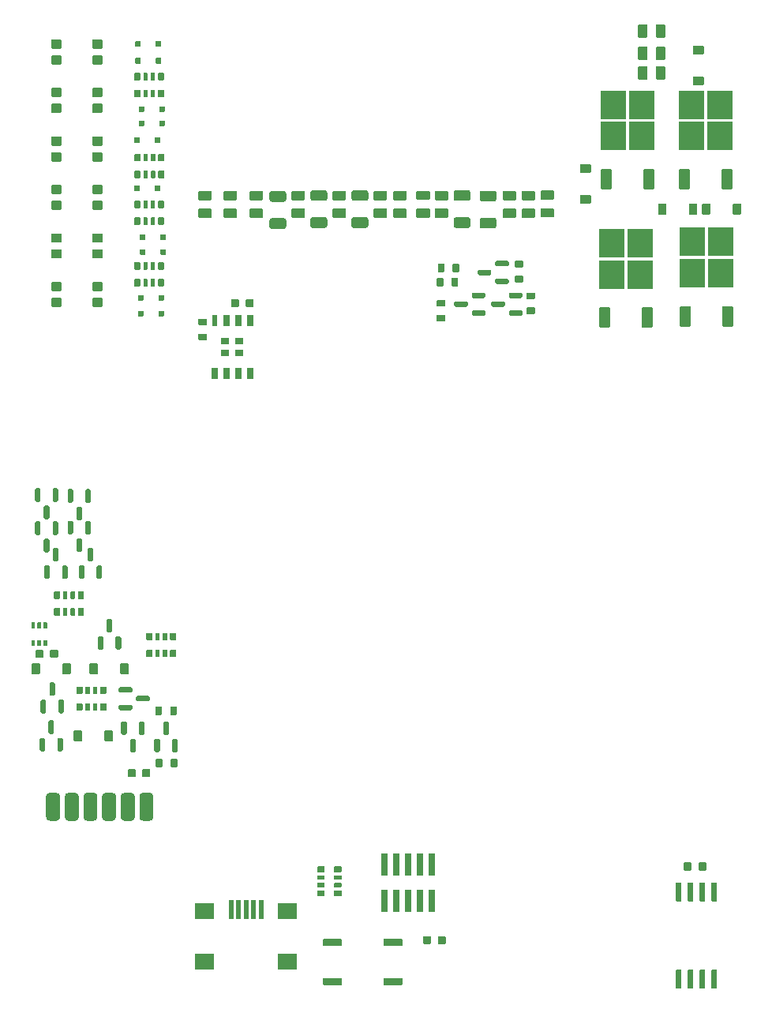
<source format=gtp>
G04 #@! TF.GenerationSoftware,KiCad,Pcbnew,(6.0.0-rc1-458-g78ff9a857a-dirty)*
G04 #@! TF.CreationDate,2021-12-31T11:49:42+02:00*
G04 #@! TF.ProjectId,alphax_2ch,616c7068-6178-45f3-9263-682e6b696361,b*
G04 #@! TF.SameCoordinates,PX141f5e0PYa2cace0*
G04 #@! TF.FileFunction,Paste,Top*
G04 #@! TF.FilePolarity,Positive*
%FSLAX46Y46*%
G04 Gerber Fmt 4.6, Leading zero omitted, Abs format (unit mm)*
G04 Created by KiCad (PCBNEW (6.0.0-rc1-458-g78ff9a857a-dirty)) date 2021-12-31 11:49:42*
%MOMM*%
%LPD*%
G01*
G04 APERTURE LIST*
%ADD10R,0.500000X2.000000*%
%ADD11R,2.000000X1.700000*%
%ADD12R,2.750000X3.050000*%
%ADD13O,0.000001X0.000001*%
%ADD14R,0.650000X1.310000*%
%ADD15R,0.600000X1.310000*%
%ADD16R,0.900000X0.795000*%
%ADD17R,0.740000X2.400000*%
G04 APERTURE END LIST*
G04 #@! TO.C,R8*
G36*
G01*
X50461417Y83351578D02*
X49211417Y83351578D01*
G75*
G02*
X49111417Y83451578I0J100000D01*
G01*
X49111417Y84251578D01*
G75*
G02*
X49211417Y84351578I100000J0D01*
G01*
X50461417Y84351578D01*
G75*
G02*
X50561417Y84251578I0J-100000D01*
G01*
X50561417Y83451578D01*
G75*
G02*
X50461417Y83351578I-100000J0D01*
G01*
G37*
G36*
G01*
X50461417Y85251600D02*
X49211417Y85251600D01*
G75*
G02*
X49111417Y85351600I0J100000D01*
G01*
X49111417Y86151600D01*
G75*
G02*
X49211417Y86251600I100000J0D01*
G01*
X50461417Y86251600D01*
G75*
G02*
X50561417Y86151600I0J-100000D01*
G01*
X50561417Y85351600D01*
G75*
G02*
X50461417Y85251600I-100000J0D01*
G01*
G37*
G04 #@! TD*
G04 #@! TO.C,R29*
G36*
G01*
X49410000Y74550000D02*
X50190000Y74550000D01*
G75*
G02*
X50260000Y74480000I0J-70000D01*
G01*
X50260000Y73920000D01*
G75*
G02*
X50190000Y73850000I-70000J0D01*
G01*
X49410000Y73850000D01*
G75*
G02*
X49340000Y73920000I0J70000D01*
G01*
X49340000Y74480000D01*
G75*
G02*
X49410000Y74550000I70000J0D01*
G01*
G37*
G36*
G01*
X49410000Y72950000D02*
X50190000Y72950000D01*
G75*
G02*
X50260000Y72880000I0J-70000D01*
G01*
X50260000Y72320000D01*
G75*
G02*
X50190000Y72250000I-70000J0D01*
G01*
X49410000Y72250000D01*
G75*
G02*
X49340000Y72320000I0J70000D01*
G01*
X49340000Y72880000D01*
G75*
G02*
X49410000Y72950000I70000J0D01*
G01*
G37*
G04 #@! TD*
G04 #@! TO.C,R2*
G36*
G01*
X16900000Y76065000D02*
X16900000Y76735000D01*
G75*
G02*
X16965000Y76800000I65000J0D01*
G01*
X17485000Y76800000D01*
G75*
G02*
X17550000Y76735000I0J-65000D01*
G01*
X17550000Y76065000D01*
G75*
G02*
X17485000Y76000000I-65000J0D01*
G01*
X16965000Y76000000D01*
G75*
G02*
X16900000Y76065000I0J65000D01*
G01*
G37*
G36*
G01*
X17875000Y76045000D02*
X17875000Y76755000D01*
G75*
G02*
X17920000Y76800000I45000J0D01*
G01*
X18280000Y76800000D01*
G75*
G02*
X18325000Y76755000I0J-45000D01*
G01*
X18325000Y76045000D01*
G75*
G02*
X18280000Y76000000I-45000J0D01*
G01*
X17920000Y76000000D01*
G75*
G02*
X17875000Y76045000I0J45000D01*
G01*
G37*
G36*
G01*
X18675000Y76045000D02*
X18675000Y76755000D01*
G75*
G02*
X18720000Y76800000I45000J0D01*
G01*
X19080000Y76800000D01*
G75*
G02*
X19125000Y76755000I0J-45000D01*
G01*
X19125000Y76045000D01*
G75*
G02*
X19080000Y76000000I-45000J0D01*
G01*
X18720000Y76000000D01*
G75*
G02*
X18675000Y76045000I0J45000D01*
G01*
G37*
G36*
G01*
X19450000Y76065000D02*
X19450000Y76735000D01*
G75*
G02*
X19515000Y76800000I65000J0D01*
G01*
X20035000Y76800000D01*
G75*
G02*
X20100000Y76735000I0J-65000D01*
G01*
X20100000Y76065000D01*
G75*
G02*
X20035000Y76000000I-65000J0D01*
G01*
X19515000Y76000000D01*
G75*
G02*
X19450000Y76065000I0J65000D01*
G01*
G37*
G36*
G01*
X19450000Y77865000D02*
X19450000Y78535000D01*
G75*
G02*
X19515000Y78600000I65000J0D01*
G01*
X20035000Y78600000D01*
G75*
G02*
X20100000Y78535000I0J-65000D01*
G01*
X20100000Y77865000D01*
G75*
G02*
X20035000Y77800000I-65000J0D01*
G01*
X19515000Y77800000D01*
G75*
G02*
X19450000Y77865000I0J65000D01*
G01*
G37*
G36*
G01*
X18675000Y77845000D02*
X18675000Y78555000D01*
G75*
G02*
X18720000Y78600000I45000J0D01*
G01*
X19080000Y78600000D01*
G75*
G02*
X19125000Y78555000I0J-45000D01*
G01*
X19125000Y77845000D01*
G75*
G02*
X19080000Y77800000I-45000J0D01*
G01*
X18720000Y77800000D01*
G75*
G02*
X18675000Y77845000I0J45000D01*
G01*
G37*
G36*
G01*
X17875000Y77845000D02*
X17875000Y78555000D01*
G75*
G02*
X17920000Y78600000I45000J0D01*
G01*
X18280000Y78600000D01*
G75*
G02*
X18325000Y78555000I0J-45000D01*
G01*
X18325000Y77845000D01*
G75*
G02*
X18280000Y77800000I-45000J0D01*
G01*
X17920000Y77800000D01*
G75*
G02*
X17875000Y77845000I0J45000D01*
G01*
G37*
G36*
G01*
X16900000Y77865000D02*
X16900000Y78535000D01*
G75*
G02*
X16965000Y78600000I65000J0D01*
G01*
X17485000Y78600000D01*
G75*
G02*
X17550000Y78535000I0J-65000D01*
G01*
X17550000Y77865000D01*
G75*
G02*
X17485000Y77800000I-65000J0D01*
G01*
X16965000Y77800000D01*
G75*
G02*
X16900000Y77865000I0J65000D01*
G01*
G37*
G04 #@! TD*
G04 #@! TO.C,R4*
G36*
G01*
X20124000Y90147000D02*
X20124000Y89477000D01*
G75*
G02*
X20059000Y89412000I-65000J0D01*
G01*
X19539000Y89412000D01*
G75*
G02*
X19474000Y89477000I0J65000D01*
G01*
X19474000Y90147000D01*
G75*
G02*
X19539000Y90212000I65000J0D01*
G01*
X20059000Y90212000D01*
G75*
G02*
X20124000Y90147000I0J-65000D01*
G01*
G37*
G36*
G01*
X19149000Y90167000D02*
X19149000Y89457000D01*
G75*
G02*
X19104000Y89412000I-45000J0D01*
G01*
X18744000Y89412000D01*
G75*
G02*
X18699000Y89457000I0J45000D01*
G01*
X18699000Y90167000D01*
G75*
G02*
X18744000Y90212000I45000J0D01*
G01*
X19104000Y90212000D01*
G75*
G02*
X19149000Y90167000I0J-45000D01*
G01*
G37*
G36*
G01*
X18349000Y90167000D02*
X18349000Y89457000D01*
G75*
G02*
X18304000Y89412000I-45000J0D01*
G01*
X17944000Y89412000D01*
G75*
G02*
X17899000Y89457000I0J45000D01*
G01*
X17899000Y90167000D01*
G75*
G02*
X17944000Y90212000I45000J0D01*
G01*
X18304000Y90212000D01*
G75*
G02*
X18349000Y90167000I0J-45000D01*
G01*
G37*
G36*
G01*
X17574000Y90147000D02*
X17574000Y89477000D01*
G75*
G02*
X17509000Y89412000I-65000J0D01*
G01*
X16989000Y89412000D01*
G75*
G02*
X16924000Y89477000I0J65000D01*
G01*
X16924000Y90147000D01*
G75*
G02*
X16989000Y90212000I65000J0D01*
G01*
X17509000Y90212000D01*
G75*
G02*
X17574000Y90147000I0J-65000D01*
G01*
G37*
G36*
G01*
X17574000Y88347000D02*
X17574000Y87677000D01*
G75*
G02*
X17509000Y87612000I-65000J0D01*
G01*
X16989000Y87612000D01*
G75*
G02*
X16924000Y87677000I0J65000D01*
G01*
X16924000Y88347000D01*
G75*
G02*
X16989000Y88412000I65000J0D01*
G01*
X17509000Y88412000D01*
G75*
G02*
X17574000Y88347000I0J-65000D01*
G01*
G37*
G36*
G01*
X18349000Y88367000D02*
X18349000Y87657000D01*
G75*
G02*
X18304000Y87612000I-45000J0D01*
G01*
X17944000Y87612000D01*
G75*
G02*
X17899000Y87657000I0J45000D01*
G01*
X17899000Y88367000D01*
G75*
G02*
X17944000Y88412000I45000J0D01*
G01*
X18304000Y88412000D01*
G75*
G02*
X18349000Y88367000I0J-45000D01*
G01*
G37*
G36*
G01*
X19149000Y88367000D02*
X19149000Y87657000D01*
G75*
G02*
X19104000Y87612000I-45000J0D01*
G01*
X18744000Y87612000D01*
G75*
G02*
X18699000Y87657000I0J45000D01*
G01*
X18699000Y88367000D01*
G75*
G02*
X18744000Y88412000I45000J0D01*
G01*
X19104000Y88412000D01*
G75*
G02*
X19149000Y88367000I0J-45000D01*
G01*
G37*
G36*
G01*
X20124000Y88347000D02*
X20124000Y87677000D01*
G75*
G02*
X20059000Y87612000I-65000J0D01*
G01*
X19539000Y87612000D01*
G75*
G02*
X19474000Y87677000I0J65000D01*
G01*
X19474000Y88347000D01*
G75*
G02*
X19539000Y88412000I65000J0D01*
G01*
X20059000Y88412000D01*
G75*
G02*
X20124000Y88347000I0J-65000D01*
G01*
G37*
G04 #@! TD*
G04 #@! TO.C,C3*
G36*
G01*
X16194998Y23460000D02*
X16194998Y24140000D01*
G75*
G02*
X16279998Y24225000I85000J0D01*
G01*
X16959998Y24225000D01*
G75*
G02*
X17044998Y24140000I0J-85000D01*
G01*
X17044998Y23460000D01*
G75*
G02*
X16959998Y23375000I-85000J0D01*
G01*
X16279998Y23375000D01*
G75*
G02*
X16194998Y23460000I0J85000D01*
G01*
G37*
G36*
G01*
X17775000Y23460000D02*
X17775000Y24140000D01*
G75*
G02*
X17860000Y24225000I85000J0D01*
G01*
X18540000Y24225000D01*
G75*
G02*
X18625000Y24140000I0J-85000D01*
G01*
X18625000Y23460000D01*
G75*
G02*
X18540000Y23375000I-85000J0D01*
G01*
X17860000Y23375000D01*
G75*
G02*
X17775000Y23460000I0J85000D01*
G01*
G37*
G04 #@! TD*
G04 #@! TO.C,R9*
G36*
G01*
X48507571Y83373048D02*
X47257571Y83373048D01*
G75*
G02*
X47157571Y83473048I0J100000D01*
G01*
X47157571Y84273048D01*
G75*
G02*
X47257571Y84373048I100000J0D01*
G01*
X48507571Y84373048D01*
G75*
G02*
X48607571Y84273048I0J-100000D01*
G01*
X48607571Y83473048D01*
G75*
G02*
X48507571Y83373048I-100000J0D01*
G01*
G37*
G36*
G01*
X48507571Y85273070D02*
X47257571Y85273070D01*
G75*
G02*
X47157571Y85373070I0J100000D01*
G01*
X47157571Y86173070D01*
G75*
G02*
X47257571Y86273070I100000J0D01*
G01*
X48507571Y86273070D01*
G75*
G02*
X48607571Y86173070I0J-100000D01*
G01*
X48607571Y85373070D01*
G75*
G02*
X48507571Y85273070I-100000J0D01*
G01*
G37*
G04 #@! TD*
G04 #@! TO.C,F4*
G36*
G01*
X35800000Y85405010D02*
X35800000Y86095010D01*
G75*
G02*
X36030000Y86325010I230000J0D01*
G01*
X37370000Y86325010D01*
G75*
G02*
X37600000Y86095010I0J-230000D01*
G01*
X37600000Y85405010D01*
G75*
G02*
X37370000Y85175010I-230000J0D01*
G01*
X36030000Y85175010D01*
G75*
G02*
X35800000Y85405010I0J230000D01*
G01*
G37*
G36*
G01*
X35800000Y82504990D02*
X35800000Y83194990D01*
G75*
G02*
X36030000Y83424990I230000J0D01*
G01*
X37370000Y83424990D01*
G75*
G02*
X37600000Y83194990I0J-230000D01*
G01*
X37600000Y82504990D01*
G75*
G02*
X37370000Y82274990I-230000J0D01*
G01*
X36030000Y82274990D01*
G75*
G02*
X35800000Y82504990I0J230000D01*
G01*
G37*
G04 #@! TD*
G04 #@! TO.C,Q13*
G36*
G01*
X57075000Y76700000D02*
X57075000Y76400000D01*
G75*
G02*
X56925000Y76250000I-150000J0D01*
G01*
X55750000Y76250000D01*
G75*
G02*
X55600000Y76400000I0J150000D01*
G01*
X55600000Y76700000D01*
G75*
G02*
X55750000Y76850000I150000J0D01*
G01*
X56925000Y76850000D01*
G75*
G02*
X57075000Y76700000I0J-150000D01*
G01*
G37*
G36*
G01*
X55200000Y77650000D02*
X55200000Y77350000D01*
G75*
G02*
X55050000Y77200000I-150000J0D01*
G01*
X53875000Y77200000D01*
G75*
G02*
X53725000Y77350000I0J150000D01*
G01*
X53725000Y77650000D01*
G75*
G02*
X53875000Y77800000I150000J0D01*
G01*
X55050000Y77800000D01*
G75*
G02*
X55200000Y77650000I0J-150000D01*
G01*
G37*
G36*
G01*
X57075000Y78600000D02*
X57075000Y78300000D01*
G75*
G02*
X56925000Y78150000I-150000J0D01*
G01*
X55750000Y78150000D01*
G75*
G02*
X55600000Y78300000I0J150000D01*
G01*
X55600000Y78600000D01*
G75*
G02*
X55750000Y78750000I150000J0D01*
G01*
X56925000Y78750000D01*
G75*
G02*
X57075000Y78600000I0J-150000D01*
G01*
G37*
G04 #@! TD*
G04 #@! TO.C,D1*
G36*
G01*
X17561499Y80000000D02*
X18041499Y80000000D01*
G75*
G02*
X18101499Y79940000I0J-60000D01*
G01*
X18101499Y79460000D01*
G75*
G02*
X18041499Y79400000I-60000J0D01*
G01*
X17561499Y79400000D01*
G75*
G02*
X17501499Y79460000I0J60000D01*
G01*
X17501499Y79940000D01*
G75*
G02*
X17561499Y80000000I60000J0D01*
G01*
G37*
G36*
G01*
X19761499Y80000000D02*
X20241499Y80000000D01*
G75*
G02*
X20301499Y79940000I0J-60000D01*
G01*
X20301499Y79460000D01*
G75*
G02*
X20241499Y79400000I-60000J0D01*
G01*
X19761499Y79400000D01*
G75*
G02*
X19701499Y79460000I0J60000D01*
G01*
X19701499Y79940000D01*
G75*
G02*
X19761499Y80000000I60000J0D01*
G01*
G37*
G04 #@! TD*
G04 #@! TO.C,D15*
G36*
G01*
X13399998Y84200001D02*
X12499998Y84200001D01*
G75*
G02*
X12399998Y84300001I0J100000D01*
G01*
X12399998Y85100001D01*
G75*
G02*
X12499998Y85200001I100000J0D01*
G01*
X13399998Y85200001D01*
G75*
G02*
X13499998Y85100001I0J-100000D01*
G01*
X13499998Y84300001D01*
G75*
G02*
X13399998Y84200001I-100000J0D01*
G01*
G37*
G36*
G01*
X13399998Y85900001D02*
X12499998Y85900001D01*
G75*
G02*
X12399998Y86000001I0J100000D01*
G01*
X12399998Y86800001D01*
G75*
G02*
X12499998Y86900001I100000J0D01*
G01*
X13399998Y86900001D01*
G75*
G02*
X13499998Y86800001I0J-100000D01*
G01*
X13499998Y86000001D01*
G75*
G02*
X13399998Y85900001I-100000J0D01*
G01*
G37*
G04 #@! TD*
G04 #@! TO.C,C1*
G36*
G01*
X27284999Y73860000D02*
X27284999Y74540000D01*
G75*
G02*
X27369999Y74625000I85000J0D01*
G01*
X28049999Y74625000D01*
G75*
G02*
X28134999Y74540000I0J-85000D01*
G01*
X28134999Y73860000D01*
G75*
G02*
X28049999Y73775000I-85000J0D01*
G01*
X27369999Y73775000D01*
G75*
G02*
X27284999Y73860000I0J85000D01*
G01*
G37*
G36*
G01*
X28865001Y73860000D02*
X28865001Y74540000D01*
G75*
G02*
X28950001Y74625000I85000J0D01*
G01*
X29630001Y74625000D01*
G75*
G02*
X29715001Y74540000I0J-85000D01*
G01*
X29715001Y73860000D01*
G75*
G02*
X29630001Y73775000I-85000J0D01*
G01*
X28950001Y73775000D01*
G75*
G02*
X28865001Y73860000I0J85000D01*
G01*
G37*
G04 #@! TD*
G04 #@! TO.C,S1*
G36*
G01*
X43730000Y6050001D02*
X45570000Y6050001D01*
G75*
G02*
X45650000Y5970001I0J-80000D01*
G01*
X45650000Y5330001D01*
G75*
G02*
X45570000Y5250001I-80000J0D01*
G01*
X43730000Y5250001D01*
G75*
G02*
X43650000Y5330001I0J80000D01*
G01*
X43650000Y5970001D01*
G75*
G02*
X43730000Y6050001I80000J0D01*
G01*
G37*
G36*
G01*
X43730000Y1850000D02*
X45570000Y1850000D01*
G75*
G02*
X45650000Y1770000I0J-80000D01*
G01*
X45650000Y1130000D01*
G75*
G02*
X45570000Y1050000I-80000J0D01*
G01*
X43730000Y1050000D01*
G75*
G02*
X43650000Y1130000I0J80000D01*
G01*
X43650000Y1770000D01*
G75*
G02*
X43730000Y1850000I80000J0D01*
G01*
G37*
G04 #@! TD*
G04 #@! TO.C,D6*
G36*
G01*
X17058502Y102312502D02*
X17538502Y102312502D01*
G75*
G02*
X17598502Y102252502I0J-60000D01*
G01*
X17598502Y101772502D01*
G75*
G02*
X17538502Y101712502I-60000J0D01*
G01*
X17058502Y101712502D01*
G75*
G02*
X16998502Y101772502I0J60000D01*
G01*
X16998502Y102252502D01*
G75*
G02*
X17058502Y102312502I60000J0D01*
G01*
G37*
G36*
G01*
X19258502Y102312502D02*
X19738502Y102312502D01*
G75*
G02*
X19798502Y102252502I0J-60000D01*
G01*
X19798502Y101772502D01*
G75*
G02*
X19738502Y101712502I-60000J0D01*
G01*
X19258502Y101712502D01*
G75*
G02*
X19198502Y101772502I0J60000D01*
G01*
X19198502Y102252502D01*
G75*
G02*
X19258502Y102312502I60000J0D01*
G01*
G37*
G04 #@! TD*
G04 #@! TO.C,C4*
G36*
G01*
X50315001Y6240000D02*
X50315001Y5560000D01*
G75*
G02*
X50230001Y5475000I-85000J0D01*
G01*
X49550001Y5475000D01*
G75*
G02*
X49465001Y5560000I0J85000D01*
G01*
X49465001Y6240000D01*
G75*
G02*
X49550001Y6325000I85000J0D01*
G01*
X50230001Y6325000D01*
G75*
G02*
X50315001Y6240000I0J-85000D01*
G01*
G37*
G36*
G01*
X48734999Y6240000D02*
X48734999Y5560000D01*
G75*
G02*
X48649999Y5475000I-85000J0D01*
G01*
X47969999Y5475000D01*
G75*
G02*
X47884999Y5560000I0J85000D01*
G01*
X47884999Y6240000D01*
G75*
G02*
X47969999Y6325000I85000J0D01*
G01*
X48649999Y6325000D01*
G75*
G02*
X48734999Y6240000I0J-85000D01*
G01*
G37*
G04 #@! TD*
G04 #@! TO.C,Q1*
G36*
G01*
X7200000Y26125000D02*
X6900000Y26125000D01*
G75*
G02*
X6750000Y26275000I0J150000D01*
G01*
X6750000Y27450000D01*
G75*
G02*
X6900000Y27600000I150000J0D01*
G01*
X7200000Y27600000D01*
G75*
G02*
X7350000Y27450000I0J-150000D01*
G01*
X7350000Y26275000D01*
G75*
G02*
X7200000Y26125000I-150000J0D01*
G01*
G37*
G36*
G01*
X8150000Y28000000D02*
X7850000Y28000000D01*
G75*
G02*
X7700000Y28150000I0J150000D01*
G01*
X7700000Y29325000D01*
G75*
G02*
X7850000Y29475000I150000J0D01*
G01*
X8150000Y29475000D01*
G75*
G02*
X8300000Y29325000I0J-150000D01*
G01*
X8300000Y28150000D01*
G75*
G02*
X8150000Y28000000I-150000J0D01*
G01*
G37*
G36*
G01*
X9100000Y26125000D02*
X8800000Y26125000D01*
G75*
G02*
X8650000Y26275000I0J150000D01*
G01*
X8650000Y27450000D01*
G75*
G02*
X8800000Y27600000I150000J0D01*
G01*
X9100000Y27600000D01*
G75*
G02*
X9250000Y27450000I0J-150000D01*
G01*
X9250000Y26275000D01*
G75*
G02*
X9100000Y26125000I-150000J0D01*
G01*
G37*
G04 #@! TD*
G04 #@! TO.C,D28*
G36*
G01*
X10100000Y35510000D02*
X10100000Y34490000D01*
G75*
G02*
X10010000Y34400000I-90000J0D01*
G01*
X9290000Y34400000D01*
G75*
G02*
X9200000Y34490000I0J90000D01*
G01*
X9200000Y35510000D01*
G75*
G02*
X9290000Y35600000I90000J0D01*
G01*
X10010000Y35600000D01*
G75*
G02*
X10100000Y35510000I0J-90000D01*
G01*
G37*
G36*
G01*
X6800000Y35510000D02*
X6800000Y34490000D01*
G75*
G02*
X6710000Y34400000I-90000J0D01*
G01*
X5990000Y34400000D01*
G75*
G02*
X5900000Y34490000I0J90000D01*
G01*
X5900000Y35510000D01*
G75*
G02*
X5990000Y35600000I90000J0D01*
G01*
X6710000Y35600000D01*
G75*
G02*
X6800000Y35510000I0J-90000D01*
G01*
G37*
G04 #@! TD*
G04 #@! TO.C,D12*
G36*
G01*
X13399998Y79000001D02*
X12499998Y79000001D01*
G75*
G02*
X12399998Y79100001I0J100000D01*
G01*
X12399998Y79900001D01*
G75*
G02*
X12499998Y80000001I100000J0D01*
G01*
X13399998Y80000001D01*
G75*
G02*
X13499998Y79900001I0J-100000D01*
G01*
X13499998Y79100001D01*
G75*
G02*
X13399998Y79000001I-100000J0D01*
G01*
G37*
G36*
G01*
X13399998Y80700001D02*
X12499998Y80700001D01*
G75*
G02*
X12399998Y80800001I0J100000D01*
G01*
X12399998Y81600001D01*
G75*
G02*
X12499998Y81700001I100000J0D01*
G01*
X13399998Y81700001D01*
G75*
G02*
X13499998Y81600001I0J-100000D01*
G01*
X13499998Y80800001D01*
G75*
G02*
X13399998Y80700001I-100000J0D01*
G01*
G37*
G04 #@! TD*
G04 #@! TO.C,R38*
G36*
G01*
X19216000Y24514000D02*
X19216000Y25294000D01*
G75*
G02*
X19286000Y25364000I70000J0D01*
G01*
X19846000Y25364000D01*
G75*
G02*
X19916000Y25294000I0J-70000D01*
G01*
X19916000Y24514000D01*
G75*
G02*
X19846000Y24444000I-70000J0D01*
G01*
X19286000Y24444000D01*
G75*
G02*
X19216000Y24514000I0J70000D01*
G01*
G37*
G36*
G01*
X20816000Y24514000D02*
X20816000Y25294000D01*
G75*
G02*
X20886000Y25364000I70000J0D01*
G01*
X21446000Y25364000D01*
G75*
G02*
X21516000Y25294000I0J-70000D01*
G01*
X21516000Y24514000D01*
G75*
G02*
X21446000Y24444000I-70000J0D01*
G01*
X20886000Y24444000D01*
G75*
G02*
X20816000Y24514000I0J70000D01*
G01*
G37*
G04 #@! TD*
G04 #@! TO.C,D22*
G36*
G01*
X17060000Y100500000D02*
X17540000Y100500000D01*
G75*
G02*
X17600000Y100440000I0J-60000D01*
G01*
X17600000Y99960000D01*
G75*
G02*
X17540000Y99900000I-60000J0D01*
G01*
X17060000Y99900000D01*
G75*
G02*
X17000000Y99960000I0J60000D01*
G01*
X17000000Y100440000D01*
G75*
G02*
X17060000Y100500000I60000J0D01*
G01*
G37*
G36*
G01*
X19260000Y100500000D02*
X19740000Y100500000D01*
G75*
G02*
X19800000Y100440000I0J-60000D01*
G01*
X19800000Y99960000D01*
G75*
G02*
X19740000Y99900000I-60000J0D01*
G01*
X19260000Y99900000D01*
G75*
G02*
X19200000Y99960000I0J60000D01*
G01*
X19200000Y100440000D01*
G75*
G02*
X19260000Y100500000I60000J0D01*
G01*
G37*
G04 #@! TD*
G04 #@! TO.C,R32*
G36*
G01*
X51650000Y76856000D02*
X51650000Y76076000D01*
G75*
G02*
X51580000Y76006000I-70000J0D01*
G01*
X51020000Y76006000D01*
G75*
G02*
X50950000Y76076000I0J70000D01*
G01*
X50950000Y76856000D01*
G75*
G02*
X51020000Y76926000I70000J0D01*
G01*
X51580000Y76926000D01*
G75*
G02*
X51650000Y76856000I0J-70000D01*
G01*
G37*
G36*
G01*
X50050000Y76856000D02*
X50050000Y76076000D01*
G75*
G02*
X49980000Y76006000I-70000J0D01*
G01*
X49420000Y76006000D01*
G75*
G02*
X49350000Y76076000I0J70000D01*
G01*
X49350000Y76856000D01*
G75*
G02*
X49420000Y76926000I70000J0D01*
G01*
X49980000Y76926000D01*
G75*
G02*
X50050000Y76856000I0J-70000D01*
G01*
G37*
G04 #@! TD*
G04 #@! TO.C,D11*
G36*
G01*
X13399998Y94600001D02*
X12499998Y94600001D01*
G75*
G02*
X12399998Y94700001I0J100000D01*
G01*
X12399998Y95500001D01*
G75*
G02*
X12499998Y95600001I100000J0D01*
G01*
X13399998Y95600001D01*
G75*
G02*
X13499998Y95500001I0J-100000D01*
G01*
X13499998Y94700001D01*
G75*
G02*
X13399998Y94600001I-100000J0D01*
G01*
G37*
G36*
G01*
X13399998Y96300001D02*
X12499998Y96300001D01*
G75*
G02*
X12399998Y96400001I0J100000D01*
G01*
X12399998Y97200001D01*
G75*
G02*
X12499998Y97300001I100000J0D01*
G01*
X13399998Y97300001D01*
G75*
G02*
X13499998Y97200001I0J-100000D01*
G01*
X13499998Y96400001D01*
G75*
G02*
X13399998Y96300001I-100000J0D01*
G01*
G37*
G04 #@! TD*
G04 #@! TO.C,R11*
G36*
G01*
X25125000Y83349999D02*
X23875000Y83349999D01*
G75*
G02*
X23775000Y83449999I0J100000D01*
G01*
X23775000Y84249999D01*
G75*
G02*
X23875000Y84349999I100000J0D01*
G01*
X25125000Y84349999D01*
G75*
G02*
X25225000Y84249999I0J-100000D01*
G01*
X25225000Y83449999D01*
G75*
G02*
X25125000Y83349999I-100000J0D01*
G01*
G37*
G36*
G01*
X25125000Y85250021D02*
X23875000Y85250021D01*
G75*
G02*
X23775000Y85350021I0J100000D01*
G01*
X23775000Y86150021D01*
G75*
G02*
X23875000Y86250021I100000J0D01*
G01*
X25125000Y86250021D01*
G75*
G02*
X25225000Y86150021I0J-100000D01*
G01*
X25225000Y85350021D01*
G75*
G02*
X25125000Y85250021I-100000J0D01*
G01*
G37*
G04 #@! TD*
G04 #@! TO.C,R6*
G36*
G01*
X73850001Y104025000D02*
X73850001Y102775000D01*
G75*
G02*
X73750001Y102675000I-100000J0D01*
G01*
X72950001Y102675000D01*
G75*
G02*
X72850001Y102775000I0J100000D01*
G01*
X72850001Y104025000D01*
G75*
G02*
X72950001Y104125000I100000J0D01*
G01*
X73750001Y104125000D01*
G75*
G02*
X73850001Y104025000I0J-100000D01*
G01*
G37*
G36*
G01*
X71949979Y104025000D02*
X71949979Y102775000D01*
G75*
G02*
X71849979Y102675000I-100000J0D01*
G01*
X71049979Y102675000D01*
G75*
G02*
X70949979Y102775000I0J100000D01*
G01*
X70949979Y104025000D01*
G75*
G02*
X71049979Y104125000I100000J0D01*
G01*
X71849979Y104125000D01*
G75*
G02*
X71949979Y104025000I0J-100000D01*
G01*
G37*
G04 #@! TD*
D10*
G04 #@! TO.C,J1*
X27300000Y9150000D03*
X28100000Y9150000D03*
X28900000Y9150000D03*
X29700000Y9150000D03*
X30500000Y9150000D03*
D11*
X24450000Y3600000D03*
X33350000Y3600000D03*
X24450000Y9050000D03*
X33350000Y9050000D03*
G04 #@! TD*
D12*
G04 #@! TO.C,Q8*
X79725000Y95475000D03*
X79725000Y92125000D03*
X76675000Y92125000D03*
X76675000Y95475000D03*
G36*
G01*
X76400000Y86400000D02*
X75440000Y86400000D01*
G75*
G02*
X75320000Y86520000I0J120000D01*
G01*
X75320000Y88480000D01*
G75*
G02*
X75440000Y88600000I120000J0D01*
G01*
X76400000Y88600000D01*
G75*
G02*
X76520000Y88480000I0J-120000D01*
G01*
X76520000Y86520000D01*
G75*
G02*
X76400000Y86400000I-120000J0D01*
G01*
G37*
G36*
G01*
X80960000Y86400000D02*
X80000000Y86400000D01*
G75*
G02*
X79880000Y86520000I0J120000D01*
G01*
X79880000Y88480000D01*
G75*
G02*
X80000000Y88600000I120000J0D01*
G01*
X80960000Y88600000D01*
G75*
G02*
X81080000Y88480000I0J-120000D01*
G01*
X81080000Y86520000D01*
G75*
G02*
X80960000Y86400000I-120000J0D01*
G01*
G37*
G04 #@! TD*
G04 #@! TO.C,Q4*
G36*
G01*
X8300000Y50825000D02*
X8600000Y50825000D01*
G75*
G02*
X8750000Y50675000I0J-150000D01*
G01*
X8750000Y49500000D01*
G75*
G02*
X8600000Y49350000I-150000J0D01*
G01*
X8300000Y49350000D01*
G75*
G02*
X8150000Y49500000I0J150000D01*
G01*
X8150000Y50675000D01*
G75*
G02*
X8300000Y50825000I150000J0D01*
G01*
G37*
G36*
G01*
X7350000Y48950000D02*
X7650000Y48950000D01*
G75*
G02*
X7800000Y48800000I0J-150000D01*
G01*
X7800000Y47625000D01*
G75*
G02*
X7650000Y47475000I-150000J0D01*
G01*
X7350000Y47475000D01*
G75*
G02*
X7200000Y47625000I0J150000D01*
G01*
X7200000Y48800000D01*
G75*
G02*
X7350000Y48950000I150000J0D01*
G01*
G37*
G36*
G01*
X6400000Y50825000D02*
X6700000Y50825000D01*
G75*
G02*
X6850000Y50675000I0J-150000D01*
G01*
X6850000Y49500000D01*
G75*
G02*
X6700000Y49350000I-150000J0D01*
G01*
X6400000Y49350000D01*
G75*
G02*
X6250000Y49500000I0J150000D01*
G01*
X6250000Y50675000D01*
G75*
G02*
X6400000Y50825000I150000J0D01*
G01*
G37*
G04 #@! TD*
G04 #@! TO.C,Q3*
G36*
G01*
X7300000Y30225000D02*
X7000000Y30225000D01*
G75*
G02*
X6850000Y30375000I0J150000D01*
G01*
X6850000Y31550000D01*
G75*
G02*
X7000000Y31700000I150000J0D01*
G01*
X7300000Y31700000D01*
G75*
G02*
X7450000Y31550000I0J-150000D01*
G01*
X7450000Y30375000D01*
G75*
G02*
X7300000Y30225000I-150000J0D01*
G01*
G37*
G36*
G01*
X8250000Y32100000D02*
X7950000Y32100000D01*
G75*
G02*
X7800000Y32250000I0J150000D01*
G01*
X7800000Y33425000D01*
G75*
G02*
X7950000Y33575000I150000J0D01*
G01*
X8250000Y33575000D01*
G75*
G02*
X8400000Y33425000I0J-150000D01*
G01*
X8400000Y32250000D01*
G75*
G02*
X8250000Y32100000I-150000J0D01*
G01*
G37*
G36*
G01*
X9200000Y30225000D02*
X8900000Y30225000D01*
G75*
G02*
X8750000Y30375000I0J150000D01*
G01*
X8750000Y31550000D01*
G75*
G02*
X8900000Y31700000I150000J0D01*
G01*
X9200000Y31700000D01*
G75*
G02*
X9350000Y31550000I0J-150000D01*
G01*
X9350000Y30375000D01*
G75*
G02*
X9200000Y30225000I-150000J0D01*
G01*
G37*
G04 #@! TD*
G04 #@! TO.C,R30*
G36*
G01*
X59808000Y73050000D02*
X59028000Y73050000D01*
G75*
G02*
X58958000Y73120000I0J70000D01*
G01*
X58958000Y73680000D01*
G75*
G02*
X59028000Y73750000I70000J0D01*
G01*
X59808000Y73750000D01*
G75*
G02*
X59878000Y73680000I0J-70000D01*
G01*
X59878000Y73120000D01*
G75*
G02*
X59808000Y73050000I-70000J0D01*
G01*
G37*
G36*
G01*
X59808000Y74650000D02*
X59028000Y74650000D01*
G75*
G02*
X58958000Y74720000I0J70000D01*
G01*
X58958000Y75280000D01*
G75*
G02*
X59028000Y75350000I70000J0D01*
G01*
X59808000Y75350000D01*
G75*
G02*
X59878000Y75280000I0J-70000D01*
G01*
X59878000Y74720000D01*
G75*
G02*
X59808000Y74650000I-70000J0D01*
G01*
G37*
G04 #@! TD*
G04 #@! TO.C,U2*
G36*
G01*
X7190000Y39975000D02*
X7510000Y39975000D01*
G75*
G02*
X7550000Y39935000I0J-40000D01*
G01*
X7550000Y39365000D01*
G75*
G02*
X7510000Y39325000I-40000J0D01*
G01*
X7190000Y39325000D01*
G75*
G02*
X7150000Y39365000I0J40000D01*
G01*
X7150000Y39935000D01*
G75*
G02*
X7190000Y39975000I40000J0D01*
G01*
G37*
G36*
G01*
X6540000Y39975000D02*
X6860000Y39975000D01*
G75*
G02*
X6900000Y39935000I0J-40000D01*
G01*
X6900000Y39365000D01*
G75*
G02*
X6860000Y39325000I-40000J0D01*
G01*
X6540000Y39325000D01*
G75*
G02*
X6500000Y39365000I0J40000D01*
G01*
X6500000Y39935000D01*
G75*
G02*
X6540000Y39975000I40000J0D01*
G01*
G37*
G36*
G01*
X5890000Y39975000D02*
X6210000Y39975000D01*
G75*
G02*
X6250000Y39935000I0J-40000D01*
G01*
X6250000Y39365000D01*
G75*
G02*
X6210000Y39325000I-40000J0D01*
G01*
X5890000Y39325000D01*
G75*
G02*
X5850000Y39365000I0J40000D01*
G01*
X5850000Y39935000D01*
G75*
G02*
X5890000Y39975000I40000J0D01*
G01*
G37*
G36*
G01*
X5890000Y38075000D02*
X6210000Y38075000D01*
G75*
G02*
X6250000Y38035000I0J-40000D01*
G01*
X6250000Y37465000D01*
G75*
G02*
X6210000Y37425000I-40000J0D01*
G01*
X5890000Y37425000D01*
G75*
G02*
X5850000Y37465000I0J40000D01*
G01*
X5850000Y38035000D01*
G75*
G02*
X5890000Y38075000I40000J0D01*
G01*
G37*
G36*
G01*
X6540000Y38075000D02*
X6860000Y38075000D01*
G75*
G02*
X6900000Y38035000I0J-40000D01*
G01*
X6900000Y37465000D01*
G75*
G02*
X6860000Y37425000I-40000J0D01*
G01*
X6540000Y37425000D01*
G75*
G02*
X6500000Y37465000I0J40000D01*
G01*
X6500000Y38035000D01*
G75*
G02*
X6540000Y38075000I40000J0D01*
G01*
G37*
G36*
G01*
X7190000Y38075000D02*
X7510000Y38075000D01*
G75*
G02*
X7550000Y38035000I0J-40000D01*
G01*
X7550000Y37465000D01*
G75*
G02*
X7510000Y37425000I-40000J0D01*
G01*
X7190000Y37425000D01*
G75*
G02*
X7150000Y37465000I0J40000D01*
G01*
X7150000Y38035000D01*
G75*
G02*
X7190000Y38075000I40000J0D01*
G01*
G37*
G04 #@! TD*
G04 #@! TO.C,Q15*
G36*
G01*
X11400000Y44625000D02*
X11100000Y44625000D01*
G75*
G02*
X10950000Y44775000I0J150000D01*
G01*
X10950000Y45950000D01*
G75*
G02*
X11100000Y46100000I150000J0D01*
G01*
X11400000Y46100000D01*
G75*
G02*
X11550000Y45950000I0J-150000D01*
G01*
X11550000Y44775000D01*
G75*
G02*
X11400000Y44625000I-150000J0D01*
G01*
G37*
G36*
G01*
X12350000Y46500000D02*
X12050000Y46500000D01*
G75*
G02*
X11900000Y46650000I0J150000D01*
G01*
X11900000Y47825000D01*
G75*
G02*
X12050000Y47975000I150000J0D01*
G01*
X12350000Y47975000D01*
G75*
G02*
X12500000Y47825000I0J-150000D01*
G01*
X12500000Y46650000D01*
G75*
G02*
X12350000Y46500000I-150000J0D01*
G01*
G37*
G36*
G01*
X13300000Y44625000D02*
X13000000Y44625000D01*
G75*
G02*
X12850000Y44775000I0J150000D01*
G01*
X12850000Y45950000D01*
G75*
G02*
X13000000Y46100000I150000J0D01*
G01*
X13300000Y46100000D01*
G75*
G02*
X13450000Y45950000I0J-150000D01*
G01*
X13450000Y44775000D01*
G75*
G02*
X13300000Y44625000I-150000J0D01*
G01*
G37*
G04 #@! TD*
G04 #@! TO.C,R17*
G36*
G01*
X39525000Y83349999D02*
X38275000Y83349999D01*
G75*
G02*
X38175000Y83449999I0J100000D01*
G01*
X38175000Y84249999D01*
G75*
G02*
X38275000Y84349999I100000J0D01*
G01*
X39525000Y84349999D01*
G75*
G02*
X39625000Y84249999I0J-100000D01*
G01*
X39625000Y83449999D01*
G75*
G02*
X39525000Y83349999I-100000J0D01*
G01*
G37*
G36*
G01*
X39525000Y85250021D02*
X38275000Y85250021D01*
G75*
G02*
X38175000Y85350021I0J100000D01*
G01*
X38175000Y86150021D01*
G75*
G02*
X38275000Y86250021I100000J0D01*
G01*
X39525000Y86250021D01*
G75*
G02*
X39625000Y86150021I0J-100000D01*
G01*
X39625000Y85350021D01*
G75*
G02*
X39525000Y85250021I-100000J0D01*
G01*
G37*
G04 #@! TD*
G04 #@! TO.C,R33*
G36*
G01*
X51750000Y78380000D02*
X51750000Y77600000D01*
G75*
G02*
X51680000Y77530000I-70000J0D01*
G01*
X51120000Y77530000D01*
G75*
G02*
X51050000Y77600000I0J70000D01*
G01*
X51050000Y78380000D01*
G75*
G02*
X51120000Y78450000I70000J0D01*
G01*
X51680000Y78450000D01*
G75*
G02*
X51750000Y78380000I0J-70000D01*
G01*
G37*
G36*
G01*
X50150000Y78380000D02*
X50150000Y77600000D01*
G75*
G02*
X50080000Y77530000I-70000J0D01*
G01*
X49520000Y77530000D01*
G75*
G02*
X49450000Y77600000I0J70000D01*
G01*
X49450000Y78380000D01*
G75*
G02*
X49520000Y78450000I70000J0D01*
G01*
X50080000Y78450000D01*
G75*
G02*
X50150000Y78380000I0J-70000D01*
G01*
G37*
G04 #@! TD*
G04 #@! TO.C,Q19*
G36*
G01*
X19502000Y26023000D02*
X19202000Y26023000D01*
G75*
G02*
X19052000Y26173000I0J150000D01*
G01*
X19052000Y27348000D01*
G75*
G02*
X19202000Y27498000I150000J0D01*
G01*
X19502000Y27498000D01*
G75*
G02*
X19652000Y27348000I0J-150000D01*
G01*
X19652000Y26173000D01*
G75*
G02*
X19502000Y26023000I-150000J0D01*
G01*
G37*
G36*
G01*
X20452000Y27898000D02*
X20152000Y27898000D01*
G75*
G02*
X20002000Y28048000I0J150000D01*
G01*
X20002000Y29223000D01*
G75*
G02*
X20152000Y29373000I150000J0D01*
G01*
X20452000Y29373000D01*
G75*
G02*
X20602000Y29223000I0J-150000D01*
G01*
X20602000Y28048000D01*
G75*
G02*
X20452000Y27898000I-150000J0D01*
G01*
G37*
G36*
G01*
X21402000Y26023000D02*
X21102000Y26023000D01*
G75*
G02*
X20952000Y26173000I0J150000D01*
G01*
X20952000Y27348000D01*
G75*
G02*
X21102000Y27498000I150000J0D01*
G01*
X21402000Y27498000D01*
G75*
G02*
X21552000Y27348000I0J-150000D01*
G01*
X21552000Y26173000D01*
G75*
G02*
X21402000Y26023000I-150000J0D01*
G01*
G37*
G04 #@! TD*
G04 #@! TO.C,S2*
G36*
G01*
X37230000Y6050001D02*
X39070000Y6050001D01*
G75*
G02*
X39150000Y5970001I0J-80000D01*
G01*
X39150000Y5330001D01*
G75*
G02*
X39070000Y5250001I-80000J0D01*
G01*
X37230000Y5250001D01*
G75*
G02*
X37150000Y5330001I0J80000D01*
G01*
X37150000Y5970001D01*
G75*
G02*
X37230000Y6050001I80000J0D01*
G01*
G37*
G36*
G01*
X37230000Y1850000D02*
X39070000Y1850000D01*
G75*
G02*
X39150000Y1770000I0J-80000D01*
G01*
X39150000Y1130000D01*
G75*
G02*
X39070000Y1050000I-80000J0D01*
G01*
X37230000Y1050000D01*
G75*
G02*
X37150000Y1130000I0J80000D01*
G01*
X37150000Y1770000D01*
G75*
G02*
X37230000Y1850000I80000J0D01*
G01*
G37*
G04 #@! TD*
G04 #@! TO.C,Q18*
G36*
G01*
X17546000Y29373000D02*
X17846000Y29373000D01*
G75*
G02*
X17996000Y29223000I0J-150000D01*
G01*
X17996000Y28048000D01*
G75*
G02*
X17846000Y27898000I-150000J0D01*
G01*
X17546000Y27898000D01*
G75*
G02*
X17396000Y28048000I0J150000D01*
G01*
X17396000Y29223000D01*
G75*
G02*
X17546000Y29373000I150000J0D01*
G01*
G37*
G36*
G01*
X16596000Y27498000D02*
X16896000Y27498000D01*
G75*
G02*
X17046000Y27348000I0J-150000D01*
G01*
X17046000Y26173000D01*
G75*
G02*
X16896000Y26023000I-150000J0D01*
G01*
X16596000Y26023000D01*
G75*
G02*
X16446000Y26173000I0J150000D01*
G01*
X16446000Y27348000D01*
G75*
G02*
X16596000Y27498000I150000J0D01*
G01*
G37*
G36*
G01*
X15646000Y29373000D02*
X15946000Y29373000D01*
G75*
G02*
X16096000Y29223000I0J-150000D01*
G01*
X16096000Y28048000D01*
G75*
G02*
X15946000Y27898000I-150000J0D01*
G01*
X15646000Y27898000D01*
G75*
G02*
X15496000Y28048000I0J150000D01*
G01*
X15496000Y29223000D01*
G75*
G02*
X15646000Y29373000I150000J0D01*
G01*
G37*
G04 #@! TD*
G04 #@! TO.C,D23*
G36*
G01*
X77300000Y84810000D02*
X77300000Y83790000D01*
G75*
G02*
X77210000Y83700000I-90000J0D01*
G01*
X76490000Y83700000D01*
G75*
G02*
X76400000Y83790000I0J90000D01*
G01*
X76400000Y84810000D01*
G75*
G02*
X76490000Y84900000I90000J0D01*
G01*
X77210000Y84900000D01*
G75*
G02*
X77300000Y84810000I0J-90000D01*
G01*
G37*
G36*
G01*
X74000000Y84810000D02*
X74000000Y83790000D01*
G75*
G02*
X73910000Y83700000I-90000J0D01*
G01*
X73190000Y83700000D01*
G75*
G02*
X73100000Y83790000I0J90000D01*
G01*
X73100000Y84810000D01*
G75*
G02*
X73190000Y84900000I90000J0D01*
G01*
X73910000Y84900000D01*
G75*
G02*
X74000000Y84810000I0J-90000D01*
G01*
G37*
G04 #@! TD*
G04 #@! TO.C,D26*
G36*
G01*
X77800000Y83790000D02*
X77800000Y84810000D01*
G75*
G02*
X77890000Y84900000I90000J0D01*
G01*
X78610000Y84900000D01*
G75*
G02*
X78700000Y84810000I0J-90000D01*
G01*
X78700000Y83790000D01*
G75*
G02*
X78610000Y83700000I-90000J0D01*
G01*
X77890000Y83700000D01*
G75*
G02*
X77800000Y83790000I0J90000D01*
G01*
G37*
G36*
G01*
X81100000Y83790000D02*
X81100000Y84810000D01*
G75*
G02*
X81190000Y84900000I90000J0D01*
G01*
X81910000Y84900000D01*
G75*
G02*
X82000000Y84810000I0J-90000D01*
G01*
X82000000Y83790000D01*
G75*
G02*
X81910000Y83700000I-90000J0D01*
G01*
X81190000Y83700000D01*
G75*
G02*
X81100000Y83790000I0J90000D01*
G01*
G37*
G04 #@! TD*
G04 #@! TO.C,R16*
G36*
G01*
X46025000Y83349999D02*
X44775000Y83349999D01*
G75*
G02*
X44675000Y83449999I0J100000D01*
G01*
X44675000Y84249999D01*
G75*
G02*
X44775000Y84349999I100000J0D01*
G01*
X46025000Y84349999D01*
G75*
G02*
X46125000Y84249999I0J-100000D01*
G01*
X46125000Y83449999D01*
G75*
G02*
X46025000Y83349999I-100000J0D01*
G01*
G37*
G36*
G01*
X46025000Y85250021D02*
X44775000Y85250021D01*
G75*
G02*
X44675000Y85350021I0J100000D01*
G01*
X44675000Y86150021D01*
G75*
G02*
X44775000Y86250021I100000J0D01*
G01*
X46025000Y86250021D01*
G75*
G02*
X46125000Y86150021I0J-100000D01*
G01*
X46125000Y85350021D01*
G75*
G02*
X46025000Y85250021I-100000J0D01*
G01*
G37*
G04 #@! TD*
D13*
G04 #@! TO.C,M7*
X57872997Y11412500D03*
G04 #@! TD*
G04 #@! TO.C,D9*
G36*
G01*
X8999998Y79000001D02*
X8099998Y79000001D01*
G75*
G02*
X7999998Y79100001I0J100000D01*
G01*
X7999998Y79900001D01*
G75*
G02*
X8099998Y80000001I100000J0D01*
G01*
X8999998Y80000001D01*
G75*
G02*
X9099998Y79900001I0J-100000D01*
G01*
X9099998Y79100001D01*
G75*
G02*
X8999998Y79000001I-100000J0D01*
G01*
G37*
G36*
G01*
X8999998Y80700001D02*
X8099998Y80700001D01*
G75*
G02*
X7999998Y80800001I0J100000D01*
G01*
X7999998Y81600001D01*
G75*
G02*
X8099998Y81700001I100000J0D01*
G01*
X8999998Y81700001D01*
G75*
G02*
X9099998Y81600001I0J-100000D01*
G01*
X9099998Y80800001D01*
G75*
G02*
X8999998Y80700001I-100000J0D01*
G01*
G37*
G04 #@! TD*
G04 #@! TO.C,D8*
G36*
G01*
X19640000Y91406000D02*
X19160000Y91406000D01*
G75*
G02*
X19100000Y91466000I0J60000D01*
G01*
X19100000Y91946000D01*
G75*
G02*
X19160000Y92006000I60000J0D01*
G01*
X19640000Y92006000D01*
G75*
G02*
X19700000Y91946000I0J-60000D01*
G01*
X19700000Y91466000D01*
G75*
G02*
X19640000Y91406000I-60000J0D01*
G01*
G37*
G36*
G01*
X17440000Y91406000D02*
X16960000Y91406000D01*
G75*
G02*
X16900000Y91466000I0J60000D01*
G01*
X16900000Y91946000D01*
G75*
G02*
X16960000Y92006000I60000J0D01*
G01*
X17440000Y92006000D01*
G75*
G02*
X17500000Y91946000I0J-60000D01*
G01*
X17500000Y91466000D01*
G75*
G02*
X17440000Y91406000I-60000J0D01*
G01*
G37*
G04 #@! TD*
G04 #@! TO.C,D14*
G36*
G01*
X8999998Y99800001D02*
X8099998Y99800001D01*
G75*
G02*
X7999998Y99900001I0J100000D01*
G01*
X7999998Y100700001D01*
G75*
G02*
X8099998Y100800001I100000J0D01*
G01*
X8999998Y100800001D01*
G75*
G02*
X9099998Y100700001I0J-100000D01*
G01*
X9099998Y99900001D01*
G75*
G02*
X8999998Y99800001I-100000J0D01*
G01*
G37*
G36*
G01*
X8999998Y101500001D02*
X8099998Y101500001D01*
G75*
G02*
X7999998Y101600001I0J100000D01*
G01*
X7999998Y102400001D01*
G75*
G02*
X8099998Y102500001I100000J0D01*
G01*
X8999998Y102500001D01*
G75*
G02*
X9099998Y102400001I0J-100000D01*
G01*
X9099998Y101600001D01*
G75*
G02*
X8999998Y101500001I-100000J0D01*
G01*
G37*
G04 #@! TD*
G04 #@! TO.C,M1*
X13891015Y60537887D03*
X13976216Y66040452D03*
G36*
G01*
X22716011Y70462884D02*
X22716011Y70462884D01*
X22716011Y70462884D01*
X22716011Y70462884D01*
X22716011Y70462884D01*
G37*
X23216020Y67462887D03*
G04 #@! TD*
G04 #@! TO.C,Q14*
G36*
G01*
X54575000Y73300000D02*
X54575000Y73000000D01*
G75*
G02*
X54425000Y72850000I-150000J0D01*
G01*
X53250000Y72850000D01*
G75*
G02*
X53100000Y73000000I0J150000D01*
G01*
X53100000Y73300000D01*
G75*
G02*
X53250000Y73450000I150000J0D01*
G01*
X54425000Y73450000D01*
G75*
G02*
X54575000Y73300000I0J-150000D01*
G01*
G37*
G36*
G01*
X52700000Y74250000D02*
X52700000Y73950000D01*
G75*
G02*
X52550000Y73800000I-150000J0D01*
G01*
X51375000Y73800000D01*
G75*
G02*
X51225000Y73950000I0J150000D01*
G01*
X51225000Y74250000D01*
G75*
G02*
X51375000Y74400000I150000J0D01*
G01*
X52550000Y74400000D01*
G75*
G02*
X52700000Y74250000I0J-150000D01*
G01*
G37*
G36*
G01*
X54575000Y75200000D02*
X54575000Y74900000D01*
G75*
G02*
X54425000Y74750000I-150000J0D01*
G01*
X53250000Y74750000D01*
G75*
G02*
X53100000Y74900000I0J150000D01*
G01*
X53100000Y75200000D01*
G75*
G02*
X53250000Y75350000I150000J0D01*
G01*
X54425000Y75350000D01*
G75*
G02*
X54575000Y75200000I0J-150000D01*
G01*
G37*
G04 #@! TD*
G04 #@! TO.C,D29*
G36*
G01*
X10400000Y27290000D02*
X10400000Y28310000D01*
G75*
G02*
X10490000Y28400000I90000J0D01*
G01*
X11210000Y28400000D01*
G75*
G02*
X11300000Y28310000I0J-90000D01*
G01*
X11300000Y27290000D01*
G75*
G02*
X11210000Y27200000I-90000J0D01*
G01*
X10490000Y27200000D01*
G75*
G02*
X10400000Y27290000I0J90000D01*
G01*
G37*
G36*
G01*
X13700000Y27290000D02*
X13700000Y28310000D01*
G75*
G02*
X13790000Y28400000I90000J0D01*
G01*
X14510000Y28400000D01*
G75*
G02*
X14600000Y28310000I0J-90000D01*
G01*
X14600000Y27290000D01*
G75*
G02*
X14510000Y27200000I-90000J0D01*
G01*
X13790000Y27200000D01*
G75*
G02*
X13700000Y27290000I0J90000D01*
G01*
G37*
G04 #@! TD*
G04 #@! TO.C,C5*
G36*
G01*
X8725001Y36928000D02*
X8725001Y36248000D01*
G75*
G02*
X8640001Y36163000I-85000J0D01*
G01*
X7960001Y36163000D01*
G75*
G02*
X7875001Y36248000I0J85000D01*
G01*
X7875001Y36928000D01*
G75*
G02*
X7960001Y37013000I85000J0D01*
G01*
X8640001Y37013000D01*
G75*
G02*
X8725001Y36928000I0J-85000D01*
G01*
G37*
G36*
G01*
X7144999Y36928000D02*
X7144999Y36248000D01*
G75*
G02*
X7059999Y36163000I-85000J0D01*
G01*
X6379999Y36163000D01*
G75*
G02*
X6294999Y36248000I0J85000D01*
G01*
X6294999Y36928000D01*
G75*
G02*
X6379999Y37013000I85000J0D01*
G01*
X7059999Y37013000D01*
G75*
G02*
X7144999Y36928000I0J-85000D01*
G01*
G37*
G04 #@! TD*
G04 #@! TO.C,D16*
G36*
G01*
X13399998Y89400001D02*
X12499998Y89400001D01*
G75*
G02*
X12399998Y89500001I0J100000D01*
G01*
X12399998Y90300001D01*
G75*
G02*
X12499998Y90400001I100000J0D01*
G01*
X13399998Y90400001D01*
G75*
G02*
X13499998Y90300001I0J-100000D01*
G01*
X13499998Y89500001D01*
G75*
G02*
X13399998Y89400001I-100000J0D01*
G01*
G37*
G36*
G01*
X13399998Y91100001D02*
X12499998Y91100001D01*
G75*
G02*
X12399998Y91200001I0J100000D01*
G01*
X12399998Y92000001D01*
G75*
G02*
X12499998Y92100001I100000J0D01*
G01*
X13399998Y92100001D01*
G75*
G02*
X13499998Y92000001I0J-100000D01*
G01*
X13499998Y91200001D01*
G75*
G02*
X13399998Y91100001I-100000J0D01*
G01*
G37*
G04 #@! TD*
G04 #@! TO.C,R3*
G36*
G01*
X24627135Y70236000D02*
X23847135Y70236000D01*
G75*
G02*
X23777135Y70306000I0J70000D01*
G01*
X23777135Y70866000D01*
G75*
G02*
X23847135Y70936000I70000J0D01*
G01*
X24627135Y70936000D01*
G75*
G02*
X24697135Y70866000I0J-70000D01*
G01*
X24697135Y70306000D01*
G75*
G02*
X24627135Y70236000I-70000J0D01*
G01*
G37*
G36*
G01*
X24627135Y71836000D02*
X23847135Y71836000D01*
G75*
G02*
X23777135Y71906000I0J70000D01*
G01*
X23777135Y72466000D01*
G75*
G02*
X23847135Y72536000I70000J0D01*
G01*
X24627135Y72536000D01*
G75*
G02*
X24697135Y72466000I0J-70000D01*
G01*
X24697135Y71906000D01*
G75*
G02*
X24627135Y71836000I-70000J0D01*
G01*
G37*
G04 #@! TD*
G04 #@! TO.C,R10*
G36*
G01*
X43925000Y83349999D02*
X42675000Y83349999D01*
G75*
G02*
X42575000Y83449999I0J100000D01*
G01*
X42575000Y84249999D01*
G75*
G02*
X42675000Y84349999I100000J0D01*
G01*
X43925000Y84349999D01*
G75*
G02*
X44025000Y84249999I0J-100000D01*
G01*
X44025000Y83449999D01*
G75*
G02*
X43925000Y83349999I-100000J0D01*
G01*
G37*
G36*
G01*
X43925000Y85250021D02*
X42675000Y85250021D01*
G75*
G02*
X42575000Y85350021I0J100000D01*
G01*
X42575000Y86150021D01*
G75*
G02*
X42675000Y86250021I100000J0D01*
G01*
X43925000Y86250021D01*
G75*
G02*
X44025000Y86150021I0J-100000D01*
G01*
X44025000Y85350021D01*
G75*
G02*
X43925000Y85250021I-100000J0D01*
G01*
G37*
G04 #@! TD*
G04 #@! TO.C,D19*
G36*
G01*
X8999998Y84200001D02*
X8099998Y84200001D01*
G75*
G02*
X7999998Y84300001I0J100000D01*
G01*
X7999998Y85100001D01*
G75*
G02*
X8099998Y85200001I100000J0D01*
G01*
X8999998Y85200001D01*
G75*
G02*
X9099998Y85100001I0J-100000D01*
G01*
X9099998Y84300001D01*
G75*
G02*
X8999998Y84200001I-100000J0D01*
G01*
G37*
G36*
G01*
X8999998Y85900001D02*
X8099998Y85900001D01*
G75*
G02*
X7999998Y86000001I0J100000D01*
G01*
X7999998Y86800001D01*
G75*
G02*
X8099998Y86900001I100000J0D01*
G01*
X8999998Y86900001D01*
G75*
G02*
X9099998Y86800001I0J-100000D01*
G01*
X9099998Y86000001D01*
G75*
G02*
X8999998Y85900001I-100000J0D01*
G01*
G37*
G04 #@! TD*
G04 #@! TO.C,D21*
G36*
G01*
X17438000Y93784000D02*
X17918000Y93784000D01*
G75*
G02*
X17978000Y93724000I0J-60000D01*
G01*
X17978000Y93244000D01*
G75*
G02*
X17918000Y93184000I-60000J0D01*
G01*
X17438000Y93184000D01*
G75*
G02*
X17378000Y93244000I0J60000D01*
G01*
X17378000Y93724000D01*
G75*
G02*
X17438000Y93784000I60000J0D01*
G01*
G37*
G36*
G01*
X19638000Y93784000D02*
X20118000Y93784000D01*
G75*
G02*
X20178000Y93724000I0J-60000D01*
G01*
X20178000Y93244000D01*
G75*
G02*
X20118000Y93184000I-60000J0D01*
G01*
X19638000Y93184000D01*
G75*
G02*
X19578000Y93244000I0J60000D01*
G01*
X19578000Y93724000D01*
G75*
G02*
X19638000Y93784000I60000J0D01*
G01*
G37*
G04 #@! TD*
G04 #@! TO.C,R31*
G36*
G01*
X58550000Y76450000D02*
X57770000Y76450000D01*
G75*
G02*
X57700000Y76520000I0J70000D01*
G01*
X57700000Y77080000D01*
G75*
G02*
X57770000Y77150000I70000J0D01*
G01*
X58550000Y77150000D01*
G75*
G02*
X58620000Y77080000I0J-70000D01*
G01*
X58620000Y76520000D01*
G75*
G02*
X58550000Y76450000I-70000J0D01*
G01*
G37*
G36*
G01*
X58550000Y78050000D02*
X57770000Y78050000D01*
G75*
G02*
X57700000Y78120000I0J70000D01*
G01*
X57700000Y78680000D01*
G75*
G02*
X57770000Y78750000I70000J0D01*
G01*
X58550000Y78750000D01*
G75*
G02*
X58620000Y78680000I0J-70000D01*
G01*
X58620000Y78120000D01*
G75*
G02*
X58550000Y78050000I-70000J0D01*
G01*
G37*
G04 #@! TD*
D14*
G04 #@! TO.C,U1*
X29319000Y72345000D03*
X28049000Y72345000D03*
X26779000Y72345000D03*
D15*
X25509000Y72345000D03*
D14*
X25509000Y66655000D03*
X26779000Y66655000D03*
X28049000Y66655000D03*
X29319000Y66655000D03*
D16*
X28164000Y68837500D03*
X26664000Y70162500D03*
X28164000Y70162500D03*
X26664000Y68837500D03*
G04 #@! TD*
G04 #@! TO.C,Q17*
G36*
G01*
X11800000Y54275000D02*
X12100000Y54275000D01*
G75*
G02*
X12250000Y54125000I0J-150000D01*
G01*
X12250000Y52950000D01*
G75*
G02*
X12100000Y52800000I-150000J0D01*
G01*
X11800000Y52800000D01*
G75*
G02*
X11650000Y52950000I0J150000D01*
G01*
X11650000Y54125000D01*
G75*
G02*
X11800000Y54275000I150000J0D01*
G01*
G37*
G36*
G01*
X10850000Y52400000D02*
X11150000Y52400000D01*
G75*
G02*
X11300000Y52250000I0J-150000D01*
G01*
X11300000Y51075000D01*
G75*
G02*
X11150000Y50925000I-150000J0D01*
G01*
X10850000Y50925000D01*
G75*
G02*
X10700000Y51075000I0J150000D01*
G01*
X10700000Y52250000D01*
G75*
G02*
X10850000Y52400000I150000J0D01*
G01*
G37*
G36*
G01*
X9900000Y54275000D02*
X10200000Y54275000D01*
G75*
G02*
X10350000Y54125000I0J-150000D01*
G01*
X10350000Y52950000D01*
G75*
G02*
X10200000Y52800000I-150000J0D01*
G01*
X9900000Y52800000D01*
G75*
G02*
X9750000Y52950000I0J150000D01*
G01*
X9750000Y54125000D01*
G75*
G02*
X9900000Y54275000I150000J0D01*
G01*
G37*
G04 #@! TD*
G04 #@! TO.C,R5*
G36*
G01*
X16900000Y96365000D02*
X16900000Y97035000D01*
G75*
G02*
X16965000Y97100000I65000J0D01*
G01*
X17485000Y97100000D01*
G75*
G02*
X17550000Y97035000I0J-65000D01*
G01*
X17550000Y96365000D01*
G75*
G02*
X17485000Y96300000I-65000J0D01*
G01*
X16965000Y96300000D01*
G75*
G02*
X16900000Y96365000I0J65000D01*
G01*
G37*
G36*
G01*
X17875000Y96345000D02*
X17875000Y97055000D01*
G75*
G02*
X17920000Y97100000I45000J0D01*
G01*
X18280000Y97100000D01*
G75*
G02*
X18325000Y97055000I0J-45000D01*
G01*
X18325000Y96345000D01*
G75*
G02*
X18280000Y96300000I-45000J0D01*
G01*
X17920000Y96300000D01*
G75*
G02*
X17875000Y96345000I0J45000D01*
G01*
G37*
G36*
G01*
X18675000Y96345000D02*
X18675000Y97055000D01*
G75*
G02*
X18720000Y97100000I45000J0D01*
G01*
X19080000Y97100000D01*
G75*
G02*
X19125000Y97055000I0J-45000D01*
G01*
X19125000Y96345000D01*
G75*
G02*
X19080000Y96300000I-45000J0D01*
G01*
X18720000Y96300000D01*
G75*
G02*
X18675000Y96345000I0J45000D01*
G01*
G37*
G36*
G01*
X19450000Y96365000D02*
X19450000Y97035000D01*
G75*
G02*
X19515000Y97100000I65000J0D01*
G01*
X20035000Y97100000D01*
G75*
G02*
X20100000Y97035000I0J-65000D01*
G01*
X20100000Y96365000D01*
G75*
G02*
X20035000Y96300000I-65000J0D01*
G01*
X19515000Y96300000D01*
G75*
G02*
X19450000Y96365000I0J65000D01*
G01*
G37*
G36*
G01*
X19450000Y98165000D02*
X19450000Y98835000D01*
G75*
G02*
X19515000Y98900000I65000J0D01*
G01*
X20035000Y98900000D01*
G75*
G02*
X20100000Y98835000I0J-65000D01*
G01*
X20100000Y98165000D01*
G75*
G02*
X20035000Y98100000I-65000J0D01*
G01*
X19515000Y98100000D01*
G75*
G02*
X19450000Y98165000I0J65000D01*
G01*
G37*
G36*
G01*
X18675000Y98145000D02*
X18675000Y98855000D01*
G75*
G02*
X18720000Y98900000I45000J0D01*
G01*
X19080000Y98900000D01*
G75*
G02*
X19125000Y98855000I0J-45000D01*
G01*
X19125000Y98145000D01*
G75*
G02*
X19080000Y98100000I-45000J0D01*
G01*
X18720000Y98100000D01*
G75*
G02*
X18675000Y98145000I0J45000D01*
G01*
G37*
G36*
G01*
X17875000Y98145000D02*
X17875000Y98855000D01*
G75*
G02*
X17920000Y98900000I45000J0D01*
G01*
X18280000Y98900000D01*
G75*
G02*
X18325000Y98855000I0J-45000D01*
G01*
X18325000Y98145000D01*
G75*
G02*
X18280000Y98100000I-45000J0D01*
G01*
X17920000Y98100000D01*
G75*
G02*
X17875000Y98145000I0J45000D01*
G01*
G37*
G36*
G01*
X16900000Y98165000D02*
X16900000Y98835000D01*
G75*
G02*
X16965000Y98900000I65000J0D01*
G01*
X17485000Y98900000D01*
G75*
G02*
X17550000Y98835000I0J-65000D01*
G01*
X17550000Y98165000D01*
G75*
G02*
X17485000Y98100000I-65000J0D01*
G01*
X16965000Y98100000D01*
G75*
G02*
X16900000Y98165000I0J65000D01*
G01*
G37*
G04 #@! TD*
G04 #@! TO.C,D2*
G36*
G01*
X17361499Y75087497D02*
X17841499Y75087497D01*
G75*
G02*
X17901499Y75027497I0J-60000D01*
G01*
X17901499Y74547497D01*
G75*
G02*
X17841499Y74487497I-60000J0D01*
G01*
X17361499Y74487497D01*
G75*
G02*
X17301499Y74547497I0J60000D01*
G01*
X17301499Y75027497D01*
G75*
G02*
X17361499Y75087497I60000J0D01*
G01*
G37*
G36*
G01*
X19561499Y75087497D02*
X20041499Y75087497D01*
G75*
G02*
X20101499Y75027497I0J-60000D01*
G01*
X20101499Y74547497D01*
G75*
G02*
X20041499Y74487497I-60000J0D01*
G01*
X19561499Y74487497D01*
G75*
G02*
X19501499Y74547497I0J60000D01*
G01*
X19501499Y75027497D01*
G75*
G02*
X19561499Y75087497I60000J0D01*
G01*
G37*
G04 #@! TD*
G04 #@! TO.C,D10*
G36*
G01*
X13399998Y73800001D02*
X12499998Y73800001D01*
G75*
G02*
X12399998Y73900001I0J100000D01*
G01*
X12399998Y74700001D01*
G75*
G02*
X12499998Y74800001I100000J0D01*
G01*
X13399998Y74800001D01*
G75*
G02*
X13499998Y74700001I0J-100000D01*
G01*
X13499998Y73900001D01*
G75*
G02*
X13399998Y73800001I-100000J0D01*
G01*
G37*
G36*
G01*
X13399998Y75500001D02*
X12499998Y75500001D01*
G75*
G02*
X12399998Y75600001I0J100000D01*
G01*
X12399998Y76400001D01*
G75*
G02*
X12499998Y76500001I100000J0D01*
G01*
X13399998Y76500001D01*
G75*
G02*
X13499998Y76400001I0J-100000D01*
G01*
X13499998Y75600001D01*
G75*
G02*
X13399998Y75500001I-100000J0D01*
G01*
G37*
G04 #@! TD*
G04 #@! TO.C,D17*
G36*
G01*
X8999998Y94600001D02*
X8099998Y94600001D01*
G75*
G02*
X7999998Y94700001I0J100000D01*
G01*
X7999998Y95500001D01*
G75*
G02*
X8099998Y95600001I100000J0D01*
G01*
X8999998Y95600001D01*
G75*
G02*
X9099998Y95500001I0J-100000D01*
G01*
X9099998Y94700001D01*
G75*
G02*
X8999998Y94600001I-100000J0D01*
G01*
G37*
G36*
G01*
X8999998Y96300001D02*
X8099998Y96300001D01*
G75*
G02*
X7999998Y96400001I0J100000D01*
G01*
X7999998Y97200001D01*
G75*
G02*
X8099998Y97300001I100000J0D01*
G01*
X8999998Y97300001D01*
G75*
G02*
X9099998Y97200001I0J-100000D01*
G01*
X9099998Y96400001D01*
G75*
G02*
X8999998Y96300001I-100000J0D01*
G01*
G37*
G04 #@! TD*
G04 #@! TO.C,R19*
G36*
G01*
X30625000Y83349999D02*
X29375000Y83349999D01*
G75*
G02*
X29275000Y83449999I0J100000D01*
G01*
X29275000Y84249999D01*
G75*
G02*
X29375000Y84349999I100000J0D01*
G01*
X30625000Y84349999D01*
G75*
G02*
X30725000Y84249999I0J-100000D01*
G01*
X30725000Y83449999D01*
G75*
G02*
X30625000Y83349999I-100000J0D01*
G01*
G37*
G36*
G01*
X30625000Y85250021D02*
X29375000Y85250021D01*
G75*
G02*
X29275000Y85350021I0J100000D01*
G01*
X29275000Y86150021D01*
G75*
G02*
X29375000Y86250021I100000J0D01*
G01*
X30625000Y86250021D01*
G75*
G02*
X30725000Y86150021I0J-100000D01*
G01*
X30725000Y85350021D01*
G75*
G02*
X30625000Y85250021I-100000J0D01*
G01*
G37*
G04 #@! TD*
G04 #@! TO.C,Q5*
G36*
G01*
X8300000Y54375000D02*
X8600000Y54375000D01*
G75*
G02*
X8750000Y54225000I0J-150000D01*
G01*
X8750000Y53050000D01*
G75*
G02*
X8600000Y52900000I-150000J0D01*
G01*
X8300000Y52900000D01*
G75*
G02*
X8150000Y53050000I0J150000D01*
G01*
X8150000Y54225000D01*
G75*
G02*
X8300000Y54375000I150000J0D01*
G01*
G37*
G36*
G01*
X7350000Y52500000D02*
X7650000Y52500000D01*
G75*
G02*
X7800000Y52350000I0J-150000D01*
G01*
X7800000Y51175000D01*
G75*
G02*
X7650000Y51025000I-150000J0D01*
G01*
X7350000Y51025000D01*
G75*
G02*
X7200000Y51175000I0J150000D01*
G01*
X7200000Y52350000D01*
G75*
G02*
X7350000Y52500000I150000J0D01*
G01*
G37*
G36*
G01*
X6400000Y54375000D02*
X6700000Y54375000D01*
G75*
G02*
X6850000Y54225000I0J-150000D01*
G01*
X6850000Y53050000D01*
G75*
G02*
X6700000Y52900000I-150000J0D01*
G01*
X6400000Y52900000D01*
G75*
G02*
X6250000Y53050000I0J150000D01*
G01*
X6250000Y54225000D01*
G75*
G02*
X6400000Y54375000I150000J0D01*
G01*
G37*
G04 #@! TD*
G04 #@! TO.C,Q12*
G36*
G01*
X58553000Y73300000D02*
X58553000Y73000000D01*
G75*
G02*
X58403000Y72850000I-150000J0D01*
G01*
X57228000Y72850000D01*
G75*
G02*
X57078000Y73000000I0J150000D01*
G01*
X57078000Y73300000D01*
G75*
G02*
X57228000Y73450000I150000J0D01*
G01*
X58403000Y73450000D01*
G75*
G02*
X58553000Y73300000I0J-150000D01*
G01*
G37*
G36*
G01*
X56678000Y74250000D02*
X56678000Y73950000D01*
G75*
G02*
X56528000Y73800000I-150000J0D01*
G01*
X55353000Y73800000D01*
G75*
G02*
X55203000Y73950000I0J150000D01*
G01*
X55203000Y74250000D01*
G75*
G02*
X55353000Y74400000I150000J0D01*
G01*
X56528000Y74400000D01*
G75*
G02*
X56678000Y74250000I0J-150000D01*
G01*
G37*
G36*
G01*
X58553000Y75200000D02*
X58553000Y74900000D01*
G75*
G02*
X58403000Y74750000I-150000J0D01*
G01*
X57228000Y74750000D01*
G75*
G02*
X57078000Y74900000I0J150000D01*
G01*
X57078000Y75200000D01*
G75*
G02*
X57228000Y75350000I150000J0D01*
G01*
X58403000Y75350000D01*
G75*
G02*
X58553000Y75200000I0J-150000D01*
G01*
G37*
G04 #@! TD*
G04 #@! TO.C,Q2*
G36*
G01*
X7700000Y44625000D02*
X7400000Y44625000D01*
G75*
G02*
X7250000Y44775000I0J150000D01*
G01*
X7250000Y45950000D01*
G75*
G02*
X7400000Y46100000I150000J0D01*
G01*
X7700000Y46100000D01*
G75*
G02*
X7850000Y45950000I0J-150000D01*
G01*
X7850000Y44775000D01*
G75*
G02*
X7700000Y44625000I-150000J0D01*
G01*
G37*
G36*
G01*
X8650000Y46500000D02*
X8350000Y46500000D01*
G75*
G02*
X8200000Y46650000I0J150000D01*
G01*
X8200000Y47825000D01*
G75*
G02*
X8350000Y47975000I150000J0D01*
G01*
X8650000Y47975000D01*
G75*
G02*
X8800000Y47825000I0J-150000D01*
G01*
X8800000Y46650000D01*
G75*
G02*
X8650000Y46500000I-150000J0D01*
G01*
G37*
G36*
G01*
X9600000Y44625000D02*
X9300000Y44625000D01*
G75*
G02*
X9150000Y44775000I0J150000D01*
G01*
X9150000Y45950000D01*
G75*
G02*
X9300000Y46100000I150000J0D01*
G01*
X9600000Y46100000D01*
G75*
G02*
X9750000Y45950000I0J-150000D01*
G01*
X9750000Y44775000D01*
G75*
G02*
X9600000Y44625000I-150000J0D01*
G01*
G37*
G04 #@! TD*
G04 #@! TO.C,D3*
G36*
G01*
X17438000Y95308000D02*
X17918000Y95308000D01*
G75*
G02*
X17978000Y95248000I0J-60000D01*
G01*
X17978000Y94768000D01*
G75*
G02*
X17918000Y94708000I-60000J0D01*
G01*
X17438000Y94708000D01*
G75*
G02*
X17378000Y94768000I0J60000D01*
G01*
X17378000Y95248000D01*
G75*
G02*
X17438000Y95308000I60000J0D01*
G01*
G37*
G36*
G01*
X19638000Y95308000D02*
X20118000Y95308000D01*
G75*
G02*
X20178000Y95248000I0J-60000D01*
G01*
X20178000Y94768000D01*
G75*
G02*
X20118000Y94708000I-60000J0D01*
G01*
X19638000Y94708000D01*
G75*
G02*
X19578000Y94768000I0J60000D01*
G01*
X19578000Y95248000D01*
G75*
G02*
X19638000Y95308000I60000J0D01*
G01*
G37*
G04 #@! TD*
G04 #@! TO.C,U3*
G36*
G01*
X78851300Y12090000D02*
X79358700Y12090000D01*
G75*
G02*
X79400000Y12048700I0J-41300D01*
G01*
X79400000Y10111300D01*
G75*
G02*
X79358700Y10070000I-41300J0D01*
G01*
X78851300Y10070000D01*
G75*
G02*
X78810000Y10111300I0J41300D01*
G01*
X78810000Y12048700D01*
G75*
G02*
X78851300Y12090000I41300J0D01*
G01*
G37*
G36*
G01*
X77581300Y12090000D02*
X78088700Y12090000D01*
G75*
G02*
X78130000Y12048700I0J-41300D01*
G01*
X78130000Y10111300D01*
G75*
G02*
X78088700Y10070000I-41300J0D01*
G01*
X77581300Y10070000D01*
G75*
G02*
X77540000Y10111300I0J41300D01*
G01*
X77540000Y12048700D01*
G75*
G02*
X77581300Y12090000I41300J0D01*
G01*
G37*
G36*
G01*
X76311300Y12090000D02*
X76818700Y12090000D01*
G75*
G02*
X76860000Y12048700I0J-41300D01*
G01*
X76860000Y10111300D01*
G75*
G02*
X76818700Y10070000I-41300J0D01*
G01*
X76311300Y10070000D01*
G75*
G02*
X76270000Y10111300I0J41300D01*
G01*
X76270000Y12048700D01*
G75*
G02*
X76311300Y12090000I41300J0D01*
G01*
G37*
G36*
G01*
X75041300Y12090000D02*
X75548700Y12090000D01*
G75*
G02*
X75590000Y12048700I0J-41300D01*
G01*
X75590000Y10111300D01*
G75*
G02*
X75548700Y10070000I-41300J0D01*
G01*
X75041300Y10070000D01*
G75*
G02*
X75000000Y10111300I0J41300D01*
G01*
X75000000Y12048700D01*
G75*
G02*
X75041300Y12090000I41300J0D01*
G01*
G37*
G36*
G01*
X75041300Y2730000D02*
X75548700Y2730000D01*
G75*
G02*
X75590000Y2688700I0J-41300D01*
G01*
X75590000Y751300D01*
G75*
G02*
X75548700Y710000I-41300J0D01*
G01*
X75041300Y710000D01*
G75*
G02*
X75000000Y751300I0J41300D01*
G01*
X75000000Y2688700D01*
G75*
G02*
X75041300Y2730000I41300J0D01*
G01*
G37*
G36*
G01*
X76311300Y2730000D02*
X76818700Y2730000D01*
G75*
G02*
X76860000Y2688700I0J-41300D01*
G01*
X76860000Y751300D01*
G75*
G02*
X76818700Y710000I-41300J0D01*
G01*
X76311300Y710000D01*
G75*
G02*
X76270000Y751300I0J41300D01*
G01*
X76270000Y2688700D01*
G75*
G02*
X76311300Y2730000I41300J0D01*
G01*
G37*
G36*
G01*
X77581300Y2730000D02*
X78088700Y2730000D01*
G75*
G02*
X78130000Y2688700I0J-41300D01*
G01*
X78130000Y751300D01*
G75*
G02*
X78088700Y710000I-41300J0D01*
G01*
X77581300Y710000D01*
G75*
G02*
X77540000Y751300I0J41300D01*
G01*
X77540000Y2688700D01*
G75*
G02*
X77581300Y2730000I41300J0D01*
G01*
G37*
G36*
G01*
X78851300Y2730000D02*
X79358700Y2730000D01*
G75*
G02*
X79400000Y2688700I0J-41300D01*
G01*
X79400000Y751300D01*
G75*
G02*
X79358700Y710000I-41300J0D01*
G01*
X78851300Y710000D01*
G75*
G02*
X78810000Y751300I0J41300D01*
G01*
X78810000Y2688700D01*
G75*
G02*
X78851300Y2730000I41300J0D01*
G01*
G37*
G04 #@! TD*
G04 #@! TO.C,Q16*
G36*
G01*
X11800000Y50875000D02*
X12100000Y50875000D01*
G75*
G02*
X12250000Y50725000I0J-150000D01*
G01*
X12250000Y49550000D01*
G75*
G02*
X12100000Y49400000I-150000J0D01*
G01*
X11800000Y49400000D01*
G75*
G02*
X11650000Y49550000I0J150000D01*
G01*
X11650000Y50725000D01*
G75*
G02*
X11800000Y50875000I150000J0D01*
G01*
G37*
G36*
G01*
X10850000Y49000000D02*
X11150000Y49000000D01*
G75*
G02*
X11300000Y48850000I0J-150000D01*
G01*
X11300000Y47675000D01*
G75*
G02*
X11150000Y47525000I-150000J0D01*
G01*
X10850000Y47525000D01*
G75*
G02*
X10700000Y47675000I0J150000D01*
G01*
X10700000Y48850000D01*
G75*
G02*
X10850000Y49000000I150000J0D01*
G01*
G37*
G36*
G01*
X9900000Y50875000D02*
X10200000Y50875000D01*
G75*
G02*
X10350000Y50725000I0J-150000D01*
G01*
X10350000Y49550000D01*
G75*
G02*
X10200000Y49400000I-150000J0D01*
G01*
X9900000Y49400000D01*
G75*
G02*
X9750000Y49550000I0J150000D01*
G01*
X9750000Y50725000D01*
G75*
G02*
X9900000Y50875000I150000J0D01*
G01*
G37*
G04 #@! TD*
G04 #@! TO.C,U4*
G36*
G01*
X17825000Y21700000D02*
X18575000Y21700000D01*
G75*
G02*
X18950000Y21325000I0J-375000D01*
G01*
X18950000Y19075000D01*
G75*
G02*
X18575000Y18700000I-375000J0D01*
G01*
X17825000Y18700000D01*
G75*
G02*
X17450000Y19075000I0J375000D01*
G01*
X17450000Y21325000D01*
G75*
G02*
X17825000Y21700000I375000J0D01*
G01*
G37*
G36*
G01*
X15825000Y21700000D02*
X16575000Y21700000D01*
G75*
G02*
X16950000Y21325000I0J-375000D01*
G01*
X16950000Y19075000D01*
G75*
G02*
X16575000Y18700000I-375000J0D01*
G01*
X15825000Y18700000D01*
G75*
G02*
X15450000Y19075000I0J375000D01*
G01*
X15450000Y21325000D01*
G75*
G02*
X15825000Y21700000I375000J0D01*
G01*
G37*
G36*
G01*
X13825000Y21700000D02*
X14575000Y21700000D01*
G75*
G02*
X14950000Y21325000I0J-375000D01*
G01*
X14950000Y19075000D01*
G75*
G02*
X14575000Y18700000I-375000J0D01*
G01*
X13825000Y18700000D01*
G75*
G02*
X13450000Y19075000I0J375000D01*
G01*
X13450000Y21325000D01*
G75*
G02*
X13825000Y21700000I375000J0D01*
G01*
G37*
G36*
G01*
X11825000Y21700000D02*
X12575000Y21700000D01*
G75*
G02*
X12950000Y21325000I0J-375000D01*
G01*
X12950000Y19075000D01*
G75*
G02*
X12575000Y18700000I-375000J0D01*
G01*
X11825000Y18700000D01*
G75*
G02*
X11450000Y19075000I0J375000D01*
G01*
X11450000Y21325000D01*
G75*
G02*
X11825000Y21700000I375000J0D01*
G01*
G37*
G36*
G01*
X9825000Y21700000D02*
X10575000Y21700000D01*
G75*
G02*
X10950000Y21325000I0J-375000D01*
G01*
X10950000Y19075000D01*
G75*
G02*
X10575000Y18700000I-375000J0D01*
G01*
X9825000Y18700000D01*
G75*
G02*
X9450000Y19075000I0J375000D01*
G01*
X9450000Y21325000D01*
G75*
G02*
X9825000Y21700000I375000J0D01*
G01*
G37*
G36*
G01*
X7825000Y21700000D02*
X8575000Y21700000D01*
G75*
G02*
X8950000Y21325000I0J-375000D01*
G01*
X8950000Y19075000D01*
G75*
G02*
X8575000Y18700000I-375000J0D01*
G01*
X7825000Y18700000D01*
G75*
G02*
X7450000Y19075000I0J375000D01*
G01*
X7450000Y21325000D01*
G75*
G02*
X7825000Y21700000I375000J0D01*
G01*
G37*
G04 #@! TD*
G04 #@! TO.C,F1*
G36*
G01*
X53946000Y85355010D02*
X53946000Y86045010D01*
G75*
G02*
X54176000Y86275010I230000J0D01*
G01*
X55516000Y86275010D01*
G75*
G02*
X55746000Y86045010I0J-230000D01*
G01*
X55746000Y85355010D01*
G75*
G02*
X55516000Y85125010I-230000J0D01*
G01*
X54176000Y85125010D01*
G75*
G02*
X53946000Y85355010I0J230000D01*
G01*
G37*
G36*
G01*
X53946000Y82454990D02*
X53946000Y83144990D01*
G75*
G02*
X54176000Y83374990I230000J0D01*
G01*
X55516000Y83374990D01*
G75*
G02*
X55746000Y83144990I0J-230000D01*
G01*
X55746000Y82454990D01*
G75*
G02*
X55516000Y82224990I-230000J0D01*
G01*
X54176000Y82224990D01*
G75*
G02*
X53946000Y82454990I0J230000D01*
G01*
G37*
G04 #@! TD*
G04 #@! TO.C,R14*
G36*
G01*
X70949999Y98275000D02*
X70949999Y99525000D01*
G75*
G02*
X71049999Y99625000I100000J0D01*
G01*
X71849999Y99625000D01*
G75*
G02*
X71949999Y99525000I0J-100000D01*
G01*
X71949999Y98275000D01*
G75*
G02*
X71849999Y98175000I-100000J0D01*
G01*
X71049999Y98175000D01*
G75*
G02*
X70949999Y98275000I0J100000D01*
G01*
G37*
G36*
G01*
X72850021Y98275000D02*
X72850021Y99525000D01*
G75*
G02*
X72950021Y99625000I100000J0D01*
G01*
X73750021Y99625000D01*
G75*
G02*
X73850021Y99525000I0J-100000D01*
G01*
X73850021Y98275000D01*
G75*
G02*
X73750021Y98175000I-100000J0D01*
G01*
X72950021Y98175000D01*
G75*
G02*
X72850021Y98275000I0J100000D01*
G01*
G37*
G04 #@! TD*
G04 #@! TO.C,D5*
G36*
G01*
X17360000Y73400000D02*
X17840000Y73400000D01*
G75*
G02*
X17900000Y73340000I0J-60000D01*
G01*
X17900000Y72860000D01*
G75*
G02*
X17840000Y72800000I-60000J0D01*
G01*
X17360000Y72800000D01*
G75*
G02*
X17300000Y72860000I0J60000D01*
G01*
X17300000Y73340000D01*
G75*
G02*
X17360000Y73400000I60000J0D01*
G01*
G37*
G36*
G01*
X19560000Y73400000D02*
X20040000Y73400000D01*
G75*
G02*
X20100000Y73340000I0J-60000D01*
G01*
X20100000Y72860000D01*
G75*
G02*
X20040000Y72800000I-60000J0D01*
G01*
X19560000Y72800000D01*
G75*
G02*
X19500000Y72860000I0J60000D01*
G01*
X19500000Y73340000D01*
G75*
G02*
X19560000Y73400000I60000J0D01*
G01*
G37*
G04 #@! TD*
G04 #@! TO.C,F3*
G36*
G01*
X40200000Y85405010D02*
X40200000Y86095010D01*
G75*
G02*
X40430000Y86325010I230000J0D01*
G01*
X41770000Y86325010D01*
G75*
G02*
X42000000Y86095010I0J-230000D01*
G01*
X42000000Y85405010D01*
G75*
G02*
X41770000Y85175010I-230000J0D01*
G01*
X40430000Y85175010D01*
G75*
G02*
X40200000Y85405010I0J230000D01*
G01*
G37*
G36*
G01*
X40200000Y82504990D02*
X40200000Y83194990D01*
G75*
G02*
X40430000Y83424990I230000J0D01*
G01*
X41770000Y83424990D01*
G75*
G02*
X42000000Y83194990I0J-230000D01*
G01*
X42000000Y82504990D01*
G75*
G02*
X41770000Y82274990I-230000J0D01*
G01*
X40430000Y82274990D01*
G75*
G02*
X40200000Y82504990I0J230000D01*
G01*
G37*
G04 #@! TD*
D12*
G04 #@! TO.C,Q7*
X71325000Y92125000D03*
X68275000Y95475000D03*
X71325000Y95475000D03*
X68275000Y92125000D03*
G36*
G01*
X68000000Y86400000D02*
X67040000Y86400000D01*
G75*
G02*
X66920000Y86520000I0J120000D01*
G01*
X66920000Y88480000D01*
G75*
G02*
X67040000Y88600000I120000J0D01*
G01*
X68000000Y88600000D01*
G75*
G02*
X68120000Y88480000I0J-120000D01*
G01*
X68120000Y86520000D01*
G75*
G02*
X68000000Y86400000I-120000J0D01*
G01*
G37*
G36*
G01*
X72560000Y86400000D02*
X71600000Y86400000D01*
G75*
G02*
X71480000Y86520000I0J120000D01*
G01*
X71480000Y88480000D01*
G75*
G02*
X71600000Y88600000I120000J0D01*
G01*
X72560000Y88600000D01*
G75*
G02*
X72680000Y88480000I0J-120000D01*
G01*
X72680000Y86520000D01*
G75*
G02*
X72560000Y86400000I-120000J0D01*
G01*
G37*
G04 #@! TD*
G04 #@! TO.C,Q6*
X71150000Y77300000D03*
X71150000Y80650000D03*
X68100000Y80650000D03*
X68100000Y77300000D03*
G36*
G01*
X67825000Y71575000D02*
X66865000Y71575000D01*
G75*
G02*
X66745000Y71695000I0J120000D01*
G01*
X66745000Y73655000D01*
G75*
G02*
X66865000Y73775000I120000J0D01*
G01*
X67825000Y73775000D01*
G75*
G02*
X67945000Y73655000I0J-120000D01*
G01*
X67945000Y71695000D01*
G75*
G02*
X67825000Y71575000I-120000J0D01*
G01*
G37*
G36*
G01*
X72385000Y71575000D02*
X71425000Y71575000D01*
G75*
G02*
X71305000Y71695000I0J120000D01*
G01*
X71305000Y73655000D01*
G75*
G02*
X71425000Y73775000I120000J0D01*
G01*
X72385000Y73775000D01*
G75*
G02*
X72505000Y73655000I0J-120000D01*
G01*
X72505000Y71695000D01*
G75*
G02*
X72385000Y71575000I-120000J0D01*
G01*
G37*
G04 #@! TD*
G04 #@! TO.C,D18*
G36*
G01*
X8999998Y89400001D02*
X8099998Y89400001D01*
G75*
G02*
X7999998Y89500001I0J100000D01*
G01*
X7999998Y90300001D01*
G75*
G02*
X8099998Y90400001I100000J0D01*
G01*
X8999998Y90400001D01*
G75*
G02*
X9099998Y90300001I0J-100000D01*
G01*
X9099998Y89500001D01*
G75*
G02*
X8999998Y89400001I-100000J0D01*
G01*
G37*
G36*
G01*
X8999998Y91100001D02*
X8099998Y91100001D01*
G75*
G02*
X7999998Y91200001I0J100000D01*
G01*
X7999998Y92000001D01*
G75*
G02*
X8099998Y92100001I100000J0D01*
G01*
X8999998Y92100001D01*
G75*
G02*
X9099998Y92000001I0J-100000D01*
G01*
X9099998Y91200001D01*
G75*
G02*
X8999998Y91100001I-100000J0D01*
G01*
G37*
G04 #@! TD*
G04 #@! TO.C,D20*
G36*
G01*
X13399998Y99800001D02*
X12499998Y99800001D01*
G75*
G02*
X12399998Y99900001I0J100000D01*
G01*
X12399998Y100700001D01*
G75*
G02*
X12499998Y100800001I100000J0D01*
G01*
X13399998Y100800001D01*
G75*
G02*
X13499998Y100700001I0J-100000D01*
G01*
X13499998Y99900001D01*
G75*
G02*
X13399998Y99800001I-100000J0D01*
G01*
G37*
G36*
G01*
X13399998Y101500001D02*
X12499998Y101500001D01*
G75*
G02*
X12399998Y101600001I0J100000D01*
G01*
X12399998Y102400001D01*
G75*
G02*
X12499998Y102500001I100000J0D01*
G01*
X13399998Y102500001D01*
G75*
G02*
X13499998Y102400001I0J-100000D01*
G01*
X13499998Y101600001D01*
G75*
G02*
X13399998Y101500001I-100000J0D01*
G01*
G37*
G04 #@! TD*
G04 #@! TO.C,D27*
G36*
G01*
X12100000Y34490000D02*
X12100000Y35510000D01*
G75*
G02*
X12190000Y35600000I90000J0D01*
G01*
X12910000Y35600000D01*
G75*
G02*
X13000000Y35510000I0J-90000D01*
G01*
X13000000Y34490000D01*
G75*
G02*
X12910000Y34400000I-90000J0D01*
G01*
X12190000Y34400000D01*
G75*
G02*
X12100000Y34490000I0J90000D01*
G01*
G37*
G36*
G01*
X15400000Y34490000D02*
X15400000Y35510000D01*
G75*
G02*
X15490000Y35600000I90000J0D01*
G01*
X16210000Y35600000D01*
G75*
G02*
X16300000Y35510000I0J-90000D01*
G01*
X16300000Y34490000D01*
G75*
G02*
X16210000Y34400000I-90000J0D01*
G01*
X15490000Y34400000D01*
G75*
G02*
X15400000Y34490000I0J90000D01*
G01*
G37*
G04 #@! TD*
G04 #@! TO.C,R28*
G36*
G01*
X36593000Y13804000D02*
X37263000Y13804000D01*
G75*
G02*
X37328000Y13739000I0J-65000D01*
G01*
X37328000Y13219000D01*
G75*
G02*
X37263000Y13154000I-65000J0D01*
G01*
X36593000Y13154000D01*
G75*
G02*
X36528000Y13219000I0J65000D01*
G01*
X36528000Y13739000D01*
G75*
G02*
X36593000Y13804000I65000J0D01*
G01*
G37*
G36*
G01*
X36573000Y12829000D02*
X37283000Y12829000D01*
G75*
G02*
X37328000Y12784000I0J-45000D01*
G01*
X37328000Y12424000D01*
G75*
G02*
X37283000Y12379000I-45000J0D01*
G01*
X36573000Y12379000D01*
G75*
G02*
X36528000Y12424000I0J45000D01*
G01*
X36528000Y12784000D01*
G75*
G02*
X36573000Y12829000I45000J0D01*
G01*
G37*
G36*
G01*
X36573000Y12029000D02*
X37283000Y12029000D01*
G75*
G02*
X37328000Y11984000I0J-45000D01*
G01*
X37328000Y11624000D01*
G75*
G02*
X37283000Y11579000I-45000J0D01*
G01*
X36573000Y11579000D01*
G75*
G02*
X36528000Y11624000I0J45000D01*
G01*
X36528000Y11984000D01*
G75*
G02*
X36573000Y12029000I45000J0D01*
G01*
G37*
G36*
G01*
X36593000Y11254000D02*
X37263000Y11254000D01*
G75*
G02*
X37328000Y11189000I0J-65000D01*
G01*
X37328000Y10669000D01*
G75*
G02*
X37263000Y10604000I-65000J0D01*
G01*
X36593000Y10604000D01*
G75*
G02*
X36528000Y10669000I0J65000D01*
G01*
X36528000Y11189000D01*
G75*
G02*
X36593000Y11254000I65000J0D01*
G01*
G37*
G36*
G01*
X38393000Y11254000D02*
X39063000Y11254000D01*
G75*
G02*
X39128000Y11189000I0J-65000D01*
G01*
X39128000Y10669000D01*
G75*
G02*
X39063000Y10604000I-65000J0D01*
G01*
X38393000Y10604000D01*
G75*
G02*
X38328000Y10669000I0J65000D01*
G01*
X38328000Y11189000D01*
G75*
G02*
X38393000Y11254000I65000J0D01*
G01*
G37*
G36*
G01*
X38373000Y12029000D02*
X39083000Y12029000D01*
G75*
G02*
X39128000Y11984000I0J-45000D01*
G01*
X39128000Y11624000D01*
G75*
G02*
X39083000Y11579000I-45000J0D01*
G01*
X38373000Y11579000D01*
G75*
G02*
X38328000Y11624000I0J45000D01*
G01*
X38328000Y11984000D01*
G75*
G02*
X38373000Y12029000I45000J0D01*
G01*
G37*
G36*
G01*
X38373000Y12829000D02*
X39083000Y12829000D01*
G75*
G02*
X39128000Y12784000I0J-45000D01*
G01*
X39128000Y12424000D01*
G75*
G02*
X39083000Y12379000I-45000J0D01*
G01*
X38373000Y12379000D01*
G75*
G02*
X38328000Y12424000I0J45000D01*
G01*
X38328000Y12784000D01*
G75*
G02*
X38373000Y12829000I45000J0D01*
G01*
G37*
G36*
G01*
X38393000Y13804000D02*
X39063000Y13804000D01*
G75*
G02*
X39128000Y13739000I0J-65000D01*
G01*
X39128000Y13219000D01*
G75*
G02*
X39063000Y13154000I-65000J0D01*
G01*
X38393000Y13154000D01*
G75*
G02*
X38328000Y13219000I0J65000D01*
G01*
X38328000Y13739000D01*
G75*
G02*
X38393000Y13804000I65000J0D01*
G01*
G37*
G04 #@! TD*
G04 #@! TO.C,R26*
G36*
G01*
X8300000Y40765000D02*
X8300000Y41435000D01*
G75*
G02*
X8365000Y41500000I65000J0D01*
G01*
X8885000Y41500000D01*
G75*
G02*
X8950000Y41435000I0J-65000D01*
G01*
X8950000Y40765000D01*
G75*
G02*
X8885000Y40700000I-65000J0D01*
G01*
X8365000Y40700000D01*
G75*
G02*
X8300000Y40765000I0J65000D01*
G01*
G37*
G36*
G01*
X9275000Y40745000D02*
X9275000Y41455000D01*
G75*
G02*
X9320000Y41500000I45000J0D01*
G01*
X9680000Y41500000D01*
G75*
G02*
X9725000Y41455000I0J-45000D01*
G01*
X9725000Y40745000D01*
G75*
G02*
X9680000Y40700000I-45000J0D01*
G01*
X9320000Y40700000D01*
G75*
G02*
X9275000Y40745000I0J45000D01*
G01*
G37*
G36*
G01*
X10075000Y40745000D02*
X10075000Y41455000D01*
G75*
G02*
X10120000Y41500000I45000J0D01*
G01*
X10480000Y41500000D01*
G75*
G02*
X10525000Y41455000I0J-45000D01*
G01*
X10525000Y40745000D01*
G75*
G02*
X10480000Y40700000I-45000J0D01*
G01*
X10120000Y40700000D01*
G75*
G02*
X10075000Y40745000I0J45000D01*
G01*
G37*
G36*
G01*
X10850000Y40765000D02*
X10850000Y41435000D01*
G75*
G02*
X10915000Y41500000I65000J0D01*
G01*
X11435000Y41500000D01*
G75*
G02*
X11500000Y41435000I0J-65000D01*
G01*
X11500000Y40765000D01*
G75*
G02*
X11435000Y40700000I-65000J0D01*
G01*
X10915000Y40700000D01*
G75*
G02*
X10850000Y40765000I0J65000D01*
G01*
G37*
G36*
G01*
X10850000Y42565000D02*
X10850000Y43235000D01*
G75*
G02*
X10915000Y43300000I65000J0D01*
G01*
X11435000Y43300000D01*
G75*
G02*
X11500000Y43235000I0J-65000D01*
G01*
X11500000Y42565000D01*
G75*
G02*
X11435000Y42500000I-65000J0D01*
G01*
X10915000Y42500000D01*
G75*
G02*
X10850000Y42565000I0J65000D01*
G01*
G37*
G36*
G01*
X10075000Y42545000D02*
X10075000Y43255000D01*
G75*
G02*
X10120000Y43300000I45000J0D01*
G01*
X10480000Y43300000D01*
G75*
G02*
X10525000Y43255000I0J-45000D01*
G01*
X10525000Y42545000D01*
G75*
G02*
X10480000Y42500000I-45000J0D01*
G01*
X10120000Y42500000D01*
G75*
G02*
X10075000Y42545000I0J45000D01*
G01*
G37*
G36*
G01*
X9275000Y42545000D02*
X9275000Y43255000D01*
G75*
G02*
X9320000Y43300000I45000J0D01*
G01*
X9680000Y43300000D01*
G75*
G02*
X9725000Y43255000I0J-45000D01*
G01*
X9725000Y42545000D01*
G75*
G02*
X9680000Y42500000I-45000J0D01*
G01*
X9320000Y42500000D01*
G75*
G02*
X9275000Y42545000I0J45000D01*
G01*
G37*
G36*
G01*
X8300000Y42565000D02*
X8300000Y43235000D01*
G75*
G02*
X8365000Y43300000I65000J0D01*
G01*
X8885000Y43300000D01*
G75*
G02*
X8950000Y43235000I0J-65000D01*
G01*
X8950000Y42565000D01*
G75*
G02*
X8885000Y42500000I-65000J0D01*
G01*
X8365000Y42500000D01*
G75*
G02*
X8300000Y42565000I0J65000D01*
G01*
G37*
G04 #@! TD*
G04 #@! TO.C,D24*
G36*
G01*
X65810000Y84900000D02*
X64790000Y84900000D01*
G75*
G02*
X64700000Y84990000I0J90000D01*
G01*
X64700000Y85710000D01*
G75*
G02*
X64790000Y85800000I90000J0D01*
G01*
X65810000Y85800000D01*
G75*
G02*
X65900000Y85710000I0J-90000D01*
G01*
X65900000Y84990000D01*
G75*
G02*
X65810000Y84900000I-90000J0D01*
G01*
G37*
G36*
G01*
X65810000Y88200000D02*
X64790000Y88200000D01*
G75*
G02*
X64700000Y88290000I0J90000D01*
G01*
X64700000Y89010000D01*
G75*
G02*
X64790000Y89100000I90000J0D01*
G01*
X65810000Y89100000D01*
G75*
G02*
X65900000Y89010000I0J-90000D01*
G01*
X65900000Y88290000D01*
G75*
G02*
X65810000Y88200000I-90000J0D01*
G01*
G37*
G04 #@! TD*
G04 #@! TO.C,R25*
G36*
G01*
X10700000Y30565000D02*
X10700000Y31235000D01*
G75*
G02*
X10765000Y31300000I65000J0D01*
G01*
X11285000Y31300000D01*
G75*
G02*
X11350000Y31235000I0J-65000D01*
G01*
X11350000Y30565000D01*
G75*
G02*
X11285000Y30500000I-65000J0D01*
G01*
X10765000Y30500000D01*
G75*
G02*
X10700000Y30565000I0J65000D01*
G01*
G37*
G36*
G01*
X11675000Y30545000D02*
X11675000Y31255000D01*
G75*
G02*
X11720000Y31300000I45000J0D01*
G01*
X12080000Y31300000D01*
G75*
G02*
X12125000Y31255000I0J-45000D01*
G01*
X12125000Y30545000D01*
G75*
G02*
X12080000Y30500000I-45000J0D01*
G01*
X11720000Y30500000D01*
G75*
G02*
X11675000Y30545000I0J45000D01*
G01*
G37*
G36*
G01*
X12475000Y30545000D02*
X12475000Y31255000D01*
G75*
G02*
X12520000Y31300000I45000J0D01*
G01*
X12880000Y31300000D01*
G75*
G02*
X12925000Y31255000I0J-45000D01*
G01*
X12925000Y30545000D01*
G75*
G02*
X12880000Y30500000I-45000J0D01*
G01*
X12520000Y30500000D01*
G75*
G02*
X12475000Y30545000I0J45000D01*
G01*
G37*
G36*
G01*
X13250000Y30565000D02*
X13250000Y31235000D01*
G75*
G02*
X13315000Y31300000I65000J0D01*
G01*
X13835000Y31300000D01*
G75*
G02*
X13900000Y31235000I0J-65000D01*
G01*
X13900000Y30565000D01*
G75*
G02*
X13835000Y30500000I-65000J0D01*
G01*
X13315000Y30500000D01*
G75*
G02*
X13250000Y30565000I0J65000D01*
G01*
G37*
G36*
G01*
X13250000Y32365000D02*
X13250000Y33035000D01*
G75*
G02*
X13315000Y33100000I65000J0D01*
G01*
X13835000Y33100000D01*
G75*
G02*
X13900000Y33035000I0J-65000D01*
G01*
X13900000Y32365000D01*
G75*
G02*
X13835000Y32300000I-65000J0D01*
G01*
X13315000Y32300000D01*
G75*
G02*
X13250000Y32365000I0J65000D01*
G01*
G37*
G36*
G01*
X12475000Y32345000D02*
X12475000Y33055000D01*
G75*
G02*
X12520000Y33100000I45000J0D01*
G01*
X12880000Y33100000D01*
G75*
G02*
X12925000Y33055000I0J-45000D01*
G01*
X12925000Y32345000D01*
G75*
G02*
X12880000Y32300000I-45000J0D01*
G01*
X12520000Y32300000D01*
G75*
G02*
X12475000Y32345000I0J45000D01*
G01*
G37*
G36*
G01*
X11675000Y32345000D02*
X11675000Y33055000D01*
G75*
G02*
X11720000Y33100000I45000J0D01*
G01*
X12080000Y33100000D01*
G75*
G02*
X12125000Y33055000I0J-45000D01*
G01*
X12125000Y32345000D01*
G75*
G02*
X12080000Y32300000I-45000J0D01*
G01*
X11720000Y32300000D01*
G75*
G02*
X11675000Y32345000I0J45000D01*
G01*
G37*
G36*
G01*
X10700000Y32365000D02*
X10700000Y33035000D01*
G75*
G02*
X10765000Y33100000I65000J0D01*
G01*
X11285000Y33100000D01*
G75*
G02*
X11350000Y33035000I0J-65000D01*
G01*
X11350000Y32365000D01*
G75*
G02*
X11285000Y32300000I-65000J0D01*
G01*
X10765000Y32300000D01*
G75*
G02*
X10700000Y32365000I0J65000D01*
G01*
G37*
G04 #@! TD*
G04 #@! TO.C,R27*
G36*
G01*
X18194000Y36315000D02*
X18194000Y36985000D01*
G75*
G02*
X18259000Y37050000I65000J0D01*
G01*
X18779000Y37050000D01*
G75*
G02*
X18844000Y36985000I0J-65000D01*
G01*
X18844000Y36315000D01*
G75*
G02*
X18779000Y36250000I-65000J0D01*
G01*
X18259000Y36250000D01*
G75*
G02*
X18194000Y36315000I0J65000D01*
G01*
G37*
G36*
G01*
X19169000Y36295000D02*
X19169000Y37005000D01*
G75*
G02*
X19214000Y37050000I45000J0D01*
G01*
X19574000Y37050000D01*
G75*
G02*
X19619000Y37005000I0J-45000D01*
G01*
X19619000Y36295000D01*
G75*
G02*
X19574000Y36250000I-45000J0D01*
G01*
X19214000Y36250000D01*
G75*
G02*
X19169000Y36295000I0J45000D01*
G01*
G37*
G36*
G01*
X19969000Y36295000D02*
X19969000Y37005000D01*
G75*
G02*
X20014000Y37050000I45000J0D01*
G01*
X20374000Y37050000D01*
G75*
G02*
X20419000Y37005000I0J-45000D01*
G01*
X20419000Y36295000D01*
G75*
G02*
X20374000Y36250000I-45000J0D01*
G01*
X20014000Y36250000D01*
G75*
G02*
X19969000Y36295000I0J45000D01*
G01*
G37*
G36*
G01*
X20744000Y36315000D02*
X20744000Y36985000D01*
G75*
G02*
X20809000Y37050000I65000J0D01*
G01*
X21329000Y37050000D01*
G75*
G02*
X21394000Y36985000I0J-65000D01*
G01*
X21394000Y36315000D01*
G75*
G02*
X21329000Y36250000I-65000J0D01*
G01*
X20809000Y36250000D01*
G75*
G02*
X20744000Y36315000I0J65000D01*
G01*
G37*
G36*
G01*
X20744000Y38115000D02*
X20744000Y38785000D01*
G75*
G02*
X20809000Y38850000I65000J0D01*
G01*
X21329000Y38850000D01*
G75*
G02*
X21394000Y38785000I0J-65000D01*
G01*
X21394000Y38115000D01*
G75*
G02*
X21329000Y38050000I-65000J0D01*
G01*
X20809000Y38050000D01*
G75*
G02*
X20744000Y38115000I0J65000D01*
G01*
G37*
G36*
G01*
X19969000Y38095000D02*
X19969000Y38805000D01*
G75*
G02*
X20014000Y38850000I45000J0D01*
G01*
X20374000Y38850000D01*
G75*
G02*
X20419000Y38805000I0J-45000D01*
G01*
X20419000Y38095000D01*
G75*
G02*
X20374000Y38050000I-45000J0D01*
G01*
X20014000Y38050000D01*
G75*
G02*
X19969000Y38095000I0J45000D01*
G01*
G37*
G36*
G01*
X19169000Y38095000D02*
X19169000Y38805000D01*
G75*
G02*
X19214000Y38850000I45000J0D01*
G01*
X19574000Y38850000D01*
G75*
G02*
X19619000Y38805000I0J-45000D01*
G01*
X19619000Y38095000D01*
G75*
G02*
X19574000Y38050000I-45000J0D01*
G01*
X19214000Y38050000D01*
G75*
G02*
X19169000Y38095000I0J45000D01*
G01*
G37*
G36*
G01*
X18194000Y38115000D02*
X18194000Y38785000D01*
G75*
G02*
X18259000Y38850000I65000J0D01*
G01*
X18779000Y38850000D01*
G75*
G02*
X18844000Y38785000I0J-65000D01*
G01*
X18844000Y38115000D01*
G75*
G02*
X18779000Y38050000I-65000J0D01*
G01*
X18259000Y38050000D01*
G75*
G02*
X18194000Y38115000I0J65000D01*
G01*
G37*
G04 #@! TD*
G04 #@! TO.C,Q10*
G36*
G01*
X13450000Y37025000D02*
X13150000Y37025000D01*
G75*
G02*
X13000000Y37175000I0J150000D01*
G01*
X13000000Y38350000D01*
G75*
G02*
X13150000Y38500000I150000J0D01*
G01*
X13450000Y38500000D01*
G75*
G02*
X13600000Y38350000I0J-150000D01*
G01*
X13600000Y37175000D01*
G75*
G02*
X13450000Y37025000I-150000J0D01*
G01*
G37*
G36*
G01*
X14400000Y38900000D02*
X14100000Y38900000D01*
G75*
G02*
X13950000Y39050000I0J150000D01*
G01*
X13950000Y40225000D01*
G75*
G02*
X14100000Y40375000I150000J0D01*
G01*
X14400000Y40375000D01*
G75*
G02*
X14550000Y40225000I0J-150000D01*
G01*
X14550000Y39050000D01*
G75*
G02*
X14400000Y38900000I-150000J0D01*
G01*
G37*
G36*
G01*
X15350000Y37025000D02*
X15050000Y37025000D01*
G75*
G02*
X14900000Y37175000I0J150000D01*
G01*
X14900000Y38350000D01*
G75*
G02*
X15050000Y38500000I150000J0D01*
G01*
X15350000Y38500000D01*
G75*
G02*
X15500000Y38350000I0J-150000D01*
G01*
X15500000Y37175000D01*
G75*
G02*
X15350000Y37025000I-150000J0D01*
G01*
G37*
G04 #@! TD*
G04 #@! TO.C,R15*
G36*
G01*
X57757000Y83349999D02*
X56507000Y83349999D01*
G75*
G02*
X56407000Y83449999I0J100000D01*
G01*
X56407000Y84249999D01*
G75*
G02*
X56507000Y84349999I100000J0D01*
G01*
X57757000Y84349999D01*
G75*
G02*
X57857000Y84249999I0J-100000D01*
G01*
X57857000Y83449999D01*
G75*
G02*
X57757000Y83349999I-100000J0D01*
G01*
G37*
G36*
G01*
X57757000Y85250021D02*
X56507000Y85250021D01*
G75*
G02*
X56407000Y85350021I0J100000D01*
G01*
X56407000Y86150021D01*
G75*
G02*
X56507000Y86250021I100000J0D01*
G01*
X57757000Y86250021D01*
G75*
G02*
X57857000Y86150021I0J-100000D01*
G01*
X57857000Y85350021D01*
G75*
G02*
X57757000Y85250021I-100000J0D01*
G01*
G37*
G04 #@! TD*
G04 #@! TO.C,D4*
G36*
G01*
X17561499Y81587497D02*
X18041499Y81587497D01*
G75*
G02*
X18101499Y81527497I0J-60000D01*
G01*
X18101499Y81047497D01*
G75*
G02*
X18041499Y80987497I-60000J0D01*
G01*
X17561499Y80987497D01*
G75*
G02*
X17501499Y81047497I0J60000D01*
G01*
X17501499Y81527497D01*
G75*
G02*
X17561499Y81587497I60000J0D01*
G01*
G37*
G36*
G01*
X19761499Y81587497D02*
X20241499Y81587497D01*
G75*
G02*
X20301499Y81527497I0J-60000D01*
G01*
X20301499Y81047497D01*
G75*
G02*
X20241499Y80987497I-60000J0D01*
G01*
X19761499Y80987497D01*
G75*
G02*
X19701499Y81047497I0J60000D01*
G01*
X19701499Y81527497D01*
G75*
G02*
X19761499Y81587497I60000J0D01*
G01*
G37*
G04 #@! TD*
G04 #@! TO.C,D7*
G36*
G01*
X19638502Y86212502D02*
X19158502Y86212502D01*
G75*
G02*
X19098502Y86272502I0J60000D01*
G01*
X19098502Y86752502D01*
G75*
G02*
X19158502Y86812502I60000J0D01*
G01*
X19638502Y86812502D01*
G75*
G02*
X19698502Y86752502I0J-60000D01*
G01*
X19698502Y86272502D01*
G75*
G02*
X19638502Y86212502I-60000J0D01*
G01*
G37*
G36*
G01*
X17438502Y86212502D02*
X16958502Y86212502D01*
G75*
G02*
X16898502Y86272502I0J60000D01*
G01*
X16898502Y86752502D01*
G75*
G02*
X16958502Y86812502I60000J0D01*
G01*
X17438502Y86812502D01*
G75*
G02*
X17498502Y86752502I0J-60000D01*
G01*
X17498502Y86272502D01*
G75*
G02*
X17438502Y86212502I-60000J0D01*
G01*
G37*
G04 #@! TD*
G04 #@! TO.C,Q11*
G36*
G01*
X15225000Y32600000D02*
X15225000Y32900000D01*
G75*
G02*
X15375000Y33050000I150000J0D01*
G01*
X16550000Y33050000D01*
G75*
G02*
X16700000Y32900000I0J-150000D01*
G01*
X16700000Y32600000D01*
G75*
G02*
X16550000Y32450000I-150000J0D01*
G01*
X15375000Y32450000D01*
G75*
G02*
X15225000Y32600000I0J150000D01*
G01*
G37*
G36*
G01*
X17100000Y31650000D02*
X17100000Y31950000D01*
G75*
G02*
X17250000Y32100000I150000J0D01*
G01*
X18425000Y32100000D01*
G75*
G02*
X18575000Y31950000I0J-150000D01*
G01*
X18575000Y31650000D01*
G75*
G02*
X18425000Y31500000I-150000J0D01*
G01*
X17250000Y31500000D01*
G75*
G02*
X17100000Y31650000I0J150000D01*
G01*
G37*
G36*
G01*
X15225000Y30700000D02*
X15225000Y31000000D01*
G75*
G02*
X15375000Y31150000I150000J0D01*
G01*
X16550000Y31150000D01*
G75*
G02*
X16700000Y31000000I0J-150000D01*
G01*
X16700000Y30700000D01*
G75*
G02*
X16550000Y30550000I-150000J0D01*
G01*
X15375000Y30550000D01*
G75*
G02*
X15225000Y30700000I0J150000D01*
G01*
G37*
G04 #@! TD*
G04 #@! TO.C,R39*
G36*
G01*
X19152000Y30102000D02*
X19152000Y30882000D01*
G75*
G02*
X19222000Y30952000I70000J0D01*
G01*
X19782000Y30952000D01*
G75*
G02*
X19852000Y30882000I0J-70000D01*
G01*
X19852000Y30102000D01*
G75*
G02*
X19782000Y30032000I-70000J0D01*
G01*
X19222000Y30032000D01*
G75*
G02*
X19152000Y30102000I0J70000D01*
G01*
G37*
G36*
G01*
X20752000Y30102000D02*
X20752000Y30882000D01*
G75*
G02*
X20822000Y30952000I70000J0D01*
G01*
X21382000Y30952000D01*
G75*
G02*
X21452000Y30882000I0J-70000D01*
G01*
X21452000Y30102000D01*
G75*
G02*
X21382000Y30032000I-70000J0D01*
G01*
X20822000Y30032000D01*
G75*
G02*
X20752000Y30102000I0J70000D01*
G01*
G37*
G04 #@! TD*
G04 #@! TO.C,R1*
G36*
G01*
X20100000Y85135000D02*
X20100000Y84465000D01*
G75*
G02*
X20035000Y84400000I-65000J0D01*
G01*
X19515000Y84400000D01*
G75*
G02*
X19450000Y84465000I0J65000D01*
G01*
X19450000Y85135000D01*
G75*
G02*
X19515000Y85200000I65000J0D01*
G01*
X20035000Y85200000D01*
G75*
G02*
X20100000Y85135000I0J-65000D01*
G01*
G37*
G36*
G01*
X19125000Y85155000D02*
X19125000Y84445000D01*
G75*
G02*
X19080000Y84400000I-45000J0D01*
G01*
X18720000Y84400000D01*
G75*
G02*
X18675000Y84445000I0J45000D01*
G01*
X18675000Y85155000D01*
G75*
G02*
X18720000Y85200000I45000J0D01*
G01*
X19080000Y85200000D01*
G75*
G02*
X19125000Y85155000I0J-45000D01*
G01*
G37*
G36*
G01*
X18325000Y85155000D02*
X18325000Y84445000D01*
G75*
G02*
X18280000Y84400000I-45000J0D01*
G01*
X17920000Y84400000D01*
G75*
G02*
X17875000Y84445000I0J45000D01*
G01*
X17875000Y85155000D01*
G75*
G02*
X17920000Y85200000I45000J0D01*
G01*
X18280000Y85200000D01*
G75*
G02*
X18325000Y85155000I0J-45000D01*
G01*
G37*
G36*
G01*
X17550000Y85135000D02*
X17550000Y84465000D01*
G75*
G02*
X17485000Y84400000I-65000J0D01*
G01*
X16965000Y84400000D01*
G75*
G02*
X16900000Y84465000I0J65000D01*
G01*
X16900000Y85135000D01*
G75*
G02*
X16965000Y85200000I65000J0D01*
G01*
X17485000Y85200000D01*
G75*
G02*
X17550000Y85135000I0J-65000D01*
G01*
G37*
G36*
G01*
X17550000Y83335000D02*
X17550000Y82665000D01*
G75*
G02*
X17485000Y82600000I-65000J0D01*
G01*
X16965000Y82600000D01*
G75*
G02*
X16900000Y82665000I0J65000D01*
G01*
X16900000Y83335000D01*
G75*
G02*
X16965000Y83400000I65000J0D01*
G01*
X17485000Y83400000D01*
G75*
G02*
X17550000Y83335000I0J-65000D01*
G01*
G37*
G36*
G01*
X18325000Y83355000D02*
X18325000Y82645000D01*
G75*
G02*
X18280000Y82600000I-45000J0D01*
G01*
X17920000Y82600000D01*
G75*
G02*
X17875000Y82645000I0J45000D01*
G01*
X17875000Y83355000D01*
G75*
G02*
X17920000Y83400000I45000J0D01*
G01*
X18280000Y83400000D01*
G75*
G02*
X18325000Y83355000I0J-45000D01*
G01*
G37*
G36*
G01*
X19125000Y83355000D02*
X19125000Y82645000D01*
G75*
G02*
X19080000Y82600000I-45000J0D01*
G01*
X18720000Y82600000D01*
G75*
G02*
X18675000Y82645000I0J45000D01*
G01*
X18675000Y83355000D01*
G75*
G02*
X18720000Y83400000I45000J0D01*
G01*
X19080000Y83400000D01*
G75*
G02*
X19125000Y83355000I0J-45000D01*
G01*
G37*
G36*
G01*
X20100000Y83335000D02*
X20100000Y82665000D01*
G75*
G02*
X20035000Y82600000I-65000J0D01*
G01*
X19515000Y82600000D01*
G75*
G02*
X19450000Y82665000I0J65000D01*
G01*
X19450000Y83335000D01*
G75*
G02*
X19515000Y83400000I65000J0D01*
G01*
X20035000Y83400000D01*
G75*
G02*
X20100000Y83335000I0J-65000D01*
G01*
G37*
G04 #@! TD*
G04 #@! TO.C,D25*
G36*
G01*
X77910000Y97600000D02*
X76890000Y97600000D01*
G75*
G02*
X76800000Y97690000I0J90000D01*
G01*
X76800000Y98410000D01*
G75*
G02*
X76890000Y98500000I90000J0D01*
G01*
X77910000Y98500000D01*
G75*
G02*
X78000000Y98410000I0J-90000D01*
G01*
X78000000Y97690000D01*
G75*
G02*
X77910000Y97600000I-90000J0D01*
G01*
G37*
G36*
G01*
X77910000Y100900000D02*
X76890000Y100900000D01*
G75*
G02*
X76800000Y100990000I0J90000D01*
G01*
X76800000Y101710000D01*
G75*
G02*
X76890000Y101800000I90000J0D01*
G01*
X77910000Y101800000D01*
G75*
G02*
X78000000Y101710000I0J-90000D01*
G01*
X78000000Y100990000D01*
G75*
G02*
X77910000Y100900000I-90000J0D01*
G01*
G37*
G04 #@! TD*
G04 #@! TO.C,R7*
G36*
G01*
X59789000Y83349999D02*
X58539000Y83349999D01*
G75*
G02*
X58439000Y83449999I0J100000D01*
G01*
X58439000Y84249999D01*
G75*
G02*
X58539000Y84349999I100000J0D01*
G01*
X59789000Y84349999D01*
G75*
G02*
X59889000Y84249999I0J-100000D01*
G01*
X59889000Y83449999D01*
G75*
G02*
X59789000Y83349999I-100000J0D01*
G01*
G37*
G36*
G01*
X59789000Y85250021D02*
X58539000Y85250021D01*
G75*
G02*
X58439000Y85350021I0J100000D01*
G01*
X58439000Y86150021D01*
G75*
G02*
X58539000Y86250021I100000J0D01*
G01*
X59789000Y86250021D01*
G75*
G02*
X59889000Y86150021I0J-100000D01*
G01*
X59889000Y85350021D01*
G75*
G02*
X59789000Y85250021I-100000J0D01*
G01*
G37*
G04 #@! TD*
G04 #@! TO.C,R13*
G36*
G01*
X73850001Y101625000D02*
X73850001Y100375000D01*
G75*
G02*
X73750001Y100275000I-100000J0D01*
G01*
X72950001Y100275000D01*
G75*
G02*
X72850001Y100375000I0J100000D01*
G01*
X72850001Y101625000D01*
G75*
G02*
X72950001Y101725000I100000J0D01*
G01*
X73750001Y101725000D01*
G75*
G02*
X73850001Y101625000I0J-100000D01*
G01*
G37*
G36*
G01*
X71949979Y101625000D02*
X71949979Y100375000D01*
G75*
G02*
X71849979Y100275000I-100000J0D01*
G01*
X71049979Y100275000D01*
G75*
G02*
X70949979Y100375000I0J100000D01*
G01*
X70949979Y101625000D01*
G75*
G02*
X71049979Y101725000I100000J0D01*
G01*
X71849979Y101725000D01*
G75*
G02*
X71949979Y101625000I0J-100000D01*
G01*
G37*
G04 #@! TD*
G04 #@! TO.C,R20*
G36*
G01*
X61821000Y83397999D02*
X60571000Y83397999D01*
G75*
G02*
X60471000Y83497999I0J100000D01*
G01*
X60471000Y84297999D01*
G75*
G02*
X60571000Y84397999I100000J0D01*
G01*
X61821000Y84397999D01*
G75*
G02*
X61921000Y84297999I0J-100000D01*
G01*
X61921000Y83497999D01*
G75*
G02*
X61821000Y83397999I-100000J0D01*
G01*
G37*
G36*
G01*
X61821000Y85298021D02*
X60571000Y85298021D01*
G75*
G02*
X60471000Y85398021I0J100000D01*
G01*
X60471000Y86198021D01*
G75*
G02*
X60571000Y86298021I100000J0D01*
G01*
X61821000Y86298021D01*
G75*
G02*
X61921000Y86198021I0J-100000D01*
G01*
X61921000Y85398021D01*
G75*
G02*
X61821000Y85298021I-100000J0D01*
G01*
G37*
G04 #@! TD*
G04 #@! TO.C,C2*
G36*
G01*
X75834999Y13460000D02*
X75834999Y14140000D01*
G75*
G02*
X75919999Y14225000I85000J0D01*
G01*
X76599999Y14225000D01*
G75*
G02*
X76684999Y14140000I0J-85000D01*
G01*
X76684999Y13460000D01*
G75*
G02*
X76599999Y13375000I-85000J0D01*
G01*
X75919999Y13375000D01*
G75*
G02*
X75834999Y13460000I0J85000D01*
G01*
G37*
G36*
G01*
X77415001Y13460000D02*
X77415001Y14140000D01*
G75*
G02*
X77500001Y14225000I85000J0D01*
G01*
X78180001Y14225000D01*
G75*
G02*
X78265001Y14140000I0J-85000D01*
G01*
X78265001Y13460000D01*
G75*
G02*
X78180001Y13375000I-85000J0D01*
G01*
X77500001Y13375000D01*
G75*
G02*
X77415001Y13460000I0J85000D01*
G01*
G37*
G04 #@! TD*
D13*
G04 #@! TO.C,M2*
X27093188Y14812497D03*
X23687477Y29687499D03*
X27637492Y53507495D03*
X25737491Y53507500D03*
X29095165Y16512514D03*
G04 #@! TD*
G04 #@! TO.C,R12*
G36*
G01*
X27825000Y83349999D02*
X26575000Y83349999D01*
G75*
G02*
X26475000Y83449999I0J100000D01*
G01*
X26475000Y84249999D01*
G75*
G02*
X26575000Y84349999I100000J0D01*
G01*
X27825000Y84349999D01*
G75*
G02*
X27925000Y84249999I0J-100000D01*
G01*
X27925000Y83449999D01*
G75*
G02*
X27825000Y83349999I-100000J0D01*
G01*
G37*
G36*
G01*
X27825000Y85250021D02*
X26575000Y85250021D01*
G75*
G02*
X26475000Y85350021I0J100000D01*
G01*
X26475000Y86150021D01*
G75*
G02*
X26575000Y86250021I100000J0D01*
G01*
X27825000Y86250021D01*
G75*
G02*
X27925000Y86150021I0J-100000D01*
G01*
X27925000Y85350021D01*
G75*
G02*
X27825000Y85250021I-100000J0D01*
G01*
G37*
G04 #@! TD*
G04 #@! TO.C,R18*
G36*
G01*
X35125000Y83349999D02*
X33875000Y83349999D01*
G75*
G02*
X33775000Y83449999I0J100000D01*
G01*
X33775000Y84249999D01*
G75*
G02*
X33875000Y84349999I100000J0D01*
G01*
X35125000Y84349999D01*
G75*
G02*
X35225000Y84249999I0J-100000D01*
G01*
X35225000Y83449999D01*
G75*
G02*
X35125000Y83349999I-100000J0D01*
G01*
G37*
G36*
G01*
X35125000Y85250021D02*
X33875000Y85250021D01*
G75*
G02*
X33775000Y85350021I0J100000D01*
G01*
X33775000Y86150021D01*
G75*
G02*
X33875000Y86250021I100000J0D01*
G01*
X35125000Y86250021D01*
G75*
G02*
X35225000Y86150021I0J-100000D01*
G01*
X35225000Y85350021D01*
G75*
G02*
X35125000Y85250021I-100000J0D01*
G01*
G37*
G04 #@! TD*
G04 #@! TO.C,D13*
G36*
G01*
X8999998Y73800001D02*
X8099998Y73800001D01*
G75*
G02*
X7999998Y73900001I0J100000D01*
G01*
X7999998Y74700001D01*
G75*
G02*
X8099998Y74800001I100000J0D01*
G01*
X8999998Y74800001D01*
G75*
G02*
X9099998Y74700001I0J-100000D01*
G01*
X9099998Y73900001D01*
G75*
G02*
X8999998Y73800001I-100000J0D01*
G01*
G37*
G36*
G01*
X8999998Y75500001D02*
X8099998Y75500001D01*
G75*
G02*
X7999998Y75600001I0J100000D01*
G01*
X7999998Y76400001D01*
G75*
G02*
X8099998Y76500001I100000J0D01*
G01*
X8999998Y76500001D01*
G75*
G02*
X9099998Y76400001I0J-100000D01*
G01*
X9099998Y75600001D01*
G75*
G02*
X8999998Y75500001I-100000J0D01*
G01*
G37*
G04 #@! TD*
D12*
G04 #@! TO.C,Q9*
X79800000Y80775000D03*
X79800000Y77425000D03*
X76750000Y77425000D03*
X76750000Y80775000D03*
G36*
G01*
X76475000Y71700000D02*
X75515000Y71700000D01*
G75*
G02*
X75395000Y71820000I0J120000D01*
G01*
X75395000Y73780000D01*
G75*
G02*
X75515000Y73900000I120000J0D01*
G01*
X76475000Y73900000D01*
G75*
G02*
X76595000Y73780000I0J-120000D01*
G01*
X76595000Y71820000D01*
G75*
G02*
X76475000Y71700000I-120000J0D01*
G01*
G37*
G36*
G01*
X81035000Y71700000D02*
X80075000Y71700000D01*
G75*
G02*
X79955000Y71820000I0J120000D01*
G01*
X79955000Y73780000D01*
G75*
G02*
X80075000Y73900000I120000J0D01*
G01*
X81035000Y73900000D01*
G75*
G02*
X81155000Y73780000I0J-120000D01*
G01*
X81155000Y71820000D01*
G75*
G02*
X81035000Y71700000I-120000J0D01*
G01*
G37*
G04 #@! TD*
D17*
G04 #@! TO.C,J2*
X43758607Y10150000D03*
X43758607Y14050000D03*
X45028607Y10150000D03*
X45028607Y14050000D03*
X46298607Y10150000D03*
X46298607Y14050000D03*
X47568607Y10150000D03*
X47568607Y14050000D03*
X48838607Y10150000D03*
X48838607Y14050000D03*
G04 #@! TD*
G04 #@! TO.C,F5*
G36*
G01*
X31400000Y85305010D02*
X31400000Y85995010D01*
G75*
G02*
X31630000Y86225010I230000J0D01*
G01*
X32970000Y86225010D01*
G75*
G02*
X33200000Y85995010I0J-230000D01*
G01*
X33200000Y85305010D01*
G75*
G02*
X32970000Y85075010I-230000J0D01*
G01*
X31630000Y85075010D01*
G75*
G02*
X31400000Y85305010I0J230000D01*
G01*
G37*
G36*
G01*
X31400000Y82404990D02*
X31400000Y83094990D01*
G75*
G02*
X31630000Y83324990I230000J0D01*
G01*
X32970000Y83324990D01*
G75*
G02*
X33200000Y83094990I0J-230000D01*
G01*
X33200000Y82404990D01*
G75*
G02*
X32970000Y82174990I-230000J0D01*
G01*
X31630000Y82174990D01*
G75*
G02*
X31400000Y82404990I0J230000D01*
G01*
G37*
G04 #@! TD*
G04 #@! TO.C,F2*
G36*
G01*
X51152000Y85405010D02*
X51152000Y86095010D01*
G75*
G02*
X51382000Y86325010I230000J0D01*
G01*
X52722000Y86325010D01*
G75*
G02*
X52952000Y86095010I0J-230000D01*
G01*
X52952000Y85405010D01*
G75*
G02*
X52722000Y85175010I-230000J0D01*
G01*
X51382000Y85175010D01*
G75*
G02*
X51152000Y85405010I0J230000D01*
G01*
G37*
G36*
G01*
X51152000Y82504990D02*
X51152000Y83194990D01*
G75*
G02*
X51382000Y83424990I230000J0D01*
G01*
X52722000Y83424990D01*
G75*
G02*
X52952000Y83194990I0J-230000D01*
G01*
X52952000Y82504990D01*
G75*
G02*
X52722000Y82274990I-230000J0D01*
G01*
X51382000Y82274990D01*
G75*
G02*
X51152000Y82504990I0J230000D01*
G01*
G37*
G04 #@! TD*
M02*

</source>
